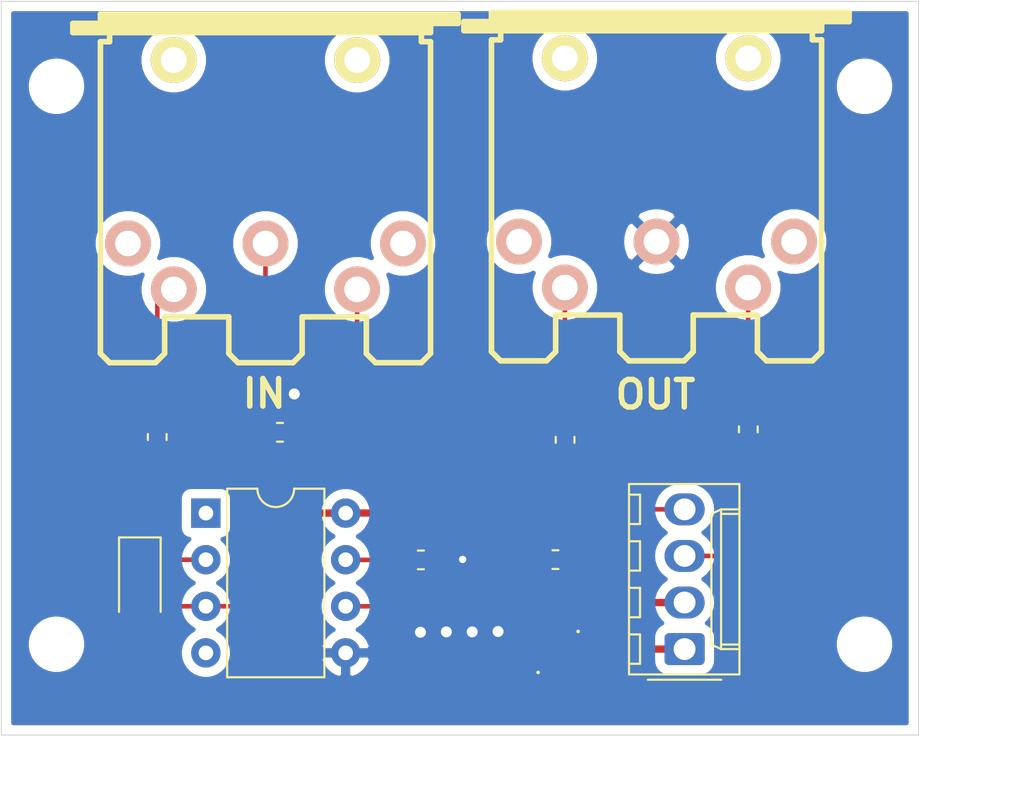
<source format=kicad_pcb>
(kicad_pcb (version 20171130) (host pcbnew 5.1.6-c6e7f7d~87~ubuntu18.04.1)

  (general
    (thickness 1.6)
    (drawings 8)
    (tracks 90)
    (zones 0)
    (modules 21)
    (nets 24)
  )

  (page A4)
  (title_block
    (title "MIDI 5V I/O circuit")
    (date 2020-08-26)
    (rev 0.8)
    (company 6r1d)
    (comment 1 "Currently untested, awaits DIN-5 sockets to check sizes and pins")
    (comment 2 "Based on a circuit by Notes and Volts and MIDI DIN electrical specification")
  )

  (layers
    (0 F.Cu signal)
    (31 B.Cu signal)
    (32 B.Adhes user)
    (33 F.Adhes user)
    (34 B.Paste user)
    (35 F.Paste user)
    (36 B.SilkS user)
    (37 F.SilkS user)
    (38 B.Mask user)
    (39 F.Mask user)
    (40 Dwgs.User user)
    (41 Cmts.User user)
    (42 Eco1.User user)
    (43 Eco2.User user)
    (44 Edge.Cuts user)
    (45 Margin user)
    (46 B.CrtYd user)
    (47 F.CrtYd user)
    (48 B.Fab user)
    (49 F.Fab user)
  )

  (setup
    (last_trace_width 0.25)
    (trace_clearance 0.2)
    (zone_clearance 0.508)
    (zone_45_only no)
    (trace_min 0.2)
    (via_size 0.8)
    (via_drill 0.4)
    (via_min_size 0.4)
    (via_min_drill 0.3)
    (uvia_size 0.3)
    (uvia_drill 0.1)
    (uvias_allowed no)
    (uvia_min_size 0.2)
    (uvia_min_drill 0.1)
    (edge_width 0.05)
    (segment_width 0.2)
    (pcb_text_width 0.3)
    (pcb_text_size 1.5 1.5)
    (mod_edge_width 0.12)
    (mod_text_size 1 1)
    (mod_text_width 0.15)
    (pad_size 2.6 2.6)
    (pad_drill 1.4)
    (pad_to_mask_clearance 0.05)
    (aux_axis_origin 0 0)
    (visible_elements FFFFFF7F)
    (pcbplotparams
      (layerselection 0x010fc_ffffffff)
      (usegerberextensions false)
      (usegerberattributes true)
      (usegerberadvancedattributes true)
      (creategerberjobfile true)
      (excludeedgelayer true)
      (linewidth 0.100000)
      (plotframeref false)
      (viasonmask false)
      (mode 1)
      (useauxorigin false)
      (hpglpennumber 1)
      (hpglpenspeed 20)
      (hpglpendiameter 15.000000)
      (psnegative false)
      (psa4output false)
      (plotreference true)
      (plotvalue true)
      (plotinvisibletext false)
      (padsonsilk false)
      (subtractmaskfromsilk false)
      (outputformat 4)
      (mirror true)
      (drillshape 0)
      (scaleselection 1)
      (outputdirectory ""))
  )

  (net 0 "")
  (net 1 "Net-(D1-Pad1)")
  (net 2 "Net-(D1-Pad2)")
  (net 3 "Net-(FB1-Pad1)")
  (net 4 "Net-(FB1-Pad2)")
  (net 5 "Net-(FB2-Pad2)")
  (net 6 "Net-(FB2-Pad1)")
  (net 7 "Net-(FB3-Pad1)")
  (net 8 "Net-(FB3-Pad2)")
  (net 9 "Net-(FB4-Pad2)")
  (net 10 "Net-(J_IN_1-Pad1)")
  (net 11 "Net-(C1-Pad1)")
  (net 12 "Net-(J_IN_1-Pad3)")
  (net 13 "Net-(J_OUT_1-Pad3)")
  (net 14 GND)
  (net 15 "Net-(J_OUT_1-Pad1)")
  (net 16 TX)
  (net 17 +5V)
  (net 18 RX)
  (net 19 "Net-(R5-Pad1)")
  (net 20 "Net-(U1-Pad1)")
  (net 21 "Net-(U1-Pad4)")
  (net 22 "Net-(D2-Pad2)")
  (net 23 "Net-(D3-Pad1)")

  (net_class Default "This is the default net class."
    (clearance 0.2)
    (trace_width 0.25)
    (via_dia 0.8)
    (via_drill 0.4)
    (uvia_dia 0.3)
    (uvia_drill 0.1)
    (add_net "Net-(C1-Pad1)")
    (add_net "Net-(D1-Pad1)")
    (add_net "Net-(D1-Pad2)")
    (add_net "Net-(FB1-Pad1)")
    (add_net "Net-(FB1-Pad2)")
    (add_net "Net-(FB2-Pad1)")
    (add_net "Net-(FB2-Pad2)")
    (add_net "Net-(FB3-Pad1)")
    (add_net "Net-(FB3-Pad2)")
    (add_net "Net-(FB4-Pad2)")
    (add_net "Net-(J_IN_1-Pad1)")
    (add_net "Net-(J_IN_1-Pad3)")
    (add_net "Net-(J_OUT_1-Pad1)")
    (add_net "Net-(J_OUT_1-Pad3)")
    (add_net "Net-(R5-Pad1)")
    (add_net "Net-(U1-Pad1)")
    (add_net "Net-(U1-Pad4)")
    (add_net RX)
    (add_net TX)
  )

  (net_class Fat ""
    (clearance 0.3)
    (trace_width 0.4)
    (via_dia 1)
    (via_drill 0.6)
    (uvia_dia 0.3)
    (uvia_drill 0.1)
    (add_net +5V)
    (add_net GND)
    (add_net "Net-(D2-Pad2)")
    (add_net "Net-(D3-Pad1)")
  )

  (module w_conn_av:din-5 (layer F.Cu) (tedit 51C20EF5) (tstamp 5F468703)
    (at 49.7 24.165 180)
    (descr "Din 5 (MIDI), Pro Signal P/N PSG03463")
    (path /5F448164)
    (fp_text reference J_OUT_1 (at 0 -13.3) (layer F.SilkS) hide
      (effects (font (size 1.524 1.524) (thickness 0.3048)))
    )
    (fp_text value DIN-5_180degree (at 0 -11.00074) (layer F.SilkS) hide
      (effects (font (size 1.524 1.524) (thickness 0.3048)))
    )
    (fp_line (start 10.50036 8.49884) (end 10.50036 8.99922) (layer F.SilkS) (width 0.3048))
    (fp_line (start -10.50036 9.4996) (end -10.50036 8.99922) (layer F.SilkS) (width 0.3048))
    (fp_line (start -8.49884 8.001) (end -8.49884 8.49884) (layer F.SilkS) (width 0.3048))
    (fp_line (start 8.49884 8.49884) (end 8.49884 8.001) (layer F.SilkS) (width 0.3048))
    (fp_line (start -8.99922 8.001) (end -8.49884 8.001) (layer F.SilkS) (width 0.3048))
    (fp_line (start 8.99922 8.001) (end 8.49884 8.001) (layer F.SilkS) (width 0.3048))
    (fp_line (start -8.99922 8.49884) (end 10.50036 8.49884) (layer F.SilkS) (width 0.3048))
    (fp_line (start -8.99922 8.99922) (end -8.99922 8.49884) (layer F.SilkS) (width 0.3048))
    (fp_line (start -10.50036 8.99922) (end -8.99922 8.99922) (layer F.SilkS) (width 0.3048))
    (fp_line (start 8.99922 9.4996) (end -10.50036 9.4996) (layer F.SilkS) (width 0.3048))
    (fp_line (start 8.99922 8.99922) (end 8.99922 9.4996) (layer F.SilkS) (width 0.3048))
    (fp_line (start 10.50036 8.99922) (end 8.99922 8.99922) (layer F.SilkS) (width 0.3048))
    (fp_line (start 1.99898 -8.99922) (end 1.99898 -7.00024) (layer F.SilkS) (width 0.3048))
    (fp_line (start 1.50114 -9.4996) (end 1.99898 -8.99922) (layer F.SilkS) (width 0.3048))
    (fp_line (start -1.50114 -9.4996) (end 1.50114 -9.4996) (layer F.SilkS) (width 0.3048))
    (fp_line (start -1.99898 -8.99922) (end -1.99898 -7.00024) (layer F.SilkS) (width 0.3048))
    (fp_line (start -1.50114 -9.4996) (end -1.99898 -8.99922) (layer F.SilkS) (width 0.3048))
    (fp_line (start 5.4991 -7.00024) (end 1.99898 -7.00024) (layer F.SilkS) (width 0.3048))
    (fp_line (start 5.4991 -8.99922) (end 5.4991 -7.00024) (layer F.SilkS) (width 0.3048))
    (fp_line (start 5.99948 -9.4996) (end 5.4991 -8.99922) (layer F.SilkS) (width 0.3048))
    (fp_line (start 6.49986 -9.4996) (end 5.99948 -9.4996) (layer F.SilkS) (width 0.3048))
    (fp_line (start 8.49884 -9.4996) (end 6.49986 -9.4996) (layer F.SilkS) (width 0.3048))
    (fp_line (start 8.99922 -8.99922) (end 8.49884 -9.4996) (layer F.SilkS) (width 0.3048))
    (fp_line (start 8.99922 -8.99922) (end 8.99922 8.001) (layer F.SilkS) (width 0.3048))
    (fp_line (start -5.4991 -7.00024) (end -1.99898 -7.00024) (layer F.SilkS) (width 0.3048))
    (fp_line (start -5.4991 -8.99922) (end -5.4991 -7.00024) (layer F.SilkS) (width 0.3048))
    (fp_line (start -5.99948 -9.4996) (end -5.4991 -8.99922) (layer F.SilkS) (width 0.3048))
    (fp_line (start -8.49884 -9.4996) (end -5.99948 -9.4996) (layer F.SilkS) (width 0.3048))
    (fp_line (start -8.99922 -8.99922) (end -8.49884 -9.4996) (layer F.SilkS) (width 0.3048))
    (fp_line (start -8.99922 -8.99922) (end -8.99922 8.001) (layer F.SilkS) (width 0.3048))
    (fp_line (start -10.50036 9.25068) (end 8.99922 9.25068) (layer F.SilkS) (width 0.3048))
    (fp_line (start 8.99922 8.99922) (end -8.99922 8.99922) (layer F.SilkS) (width 0.3048))
    (fp_line (start -8.99922 8.7503) (end 10.50036 8.7503) (layer F.SilkS) (width 0.3048))
    (pad 3 thru_hole circle (at -7.49808 -2.9972 180) (size 2.49936 2.49936) (drill 1.397) (layers *.Cu *.SilkS *.Mask)
      (net 13 "Net-(J_OUT_1-Pad3)"))
    (pad 4 thru_hole circle (at 4.99618 -5.4991 180) (size 2.49936 2.49936) (drill 1.397) (layers *.Cu *.SilkS *.Mask)
      (net 5 "Net-(FB2-Pad2)"))
    (pad 2 thru_hole circle (at 0 -2.99974 180) (size 2.49936 2.49936) (drill 1.397) (layers *.Cu *.SilkS *.Mask)
      (net 14 GND))
    (pad 1 thru_hole circle (at 7.49808 -2.9972 180) (size 2.49936 2.49936) (drill 1.397) (layers *.Cu *.SilkS *.Mask)
      (net 15 "Net-(J_OUT_1-Pad1)"))
    (pad 5 thru_hole circle (at -4.99618 -5.4991 180) (size 2.49936 2.49936) (drill 1.397) (layers *.Cu *.SilkS *.Mask)
      (net 3 "Net-(FB1-Pad1)"))
    (pad "" np_thru_hole circle (at 5.00126 6.9977 180) (size 2.49936 2.49936) (drill 1.397) (layers *.Cu *.Mask F.SilkS))
    (pad "" np_thru_hole circle (at -5.00126 6.9977 180) (size 2.49936 2.49936) (drill 1.397) (layers *.Cu *.Mask F.SilkS))
    (model walter/conn_av/din-5.wrl
      (at (xyz 0 0 0))
      (scale (xyz 1 1 1))
      (rotate (xyz 0 0 0))
    )
  )

  (module Connector_Molex:Molex_KK-254_AE-6410-04A_1x04_P2.54mm_Vertical (layer F.Cu) (tedit 5EA53D3B) (tstamp 5F468634)
    (at 51.23 49.38 90)
    (descr "Molex KK-254 Interconnect System, old/engineering part number: AE-6410-04A example for new part number: 22-27-2041, 4 Pins (http://www.molex.com/pdm_docs/sd/022272021_sd.pdf), generated with kicad-footprint-generator")
    (tags "connector Molex KK-254 vertical")
    (path /5F4756C5)
    (fp_text reference J1 (at 3.81 -4.12 90) (layer F.SilkS) hide
      (effects (font (size 1 1) (thickness 0.15)))
    )
    (fp_text value Conn_01x04 (at 3.81 4.08 90) (layer F.Fab) hide
      (effects (font (size 1 1) (thickness 0.15)))
    )
    (fp_line (start -1.27 -2.92) (end -1.27 2.88) (layer F.Fab) (width 0.1))
    (fp_line (start -1.27 2.88) (end 8.89 2.88) (layer F.Fab) (width 0.1))
    (fp_line (start 8.89 2.88) (end 8.89 -2.92) (layer F.Fab) (width 0.1))
    (fp_line (start 8.89 -2.92) (end -1.27 -2.92) (layer F.Fab) (width 0.1))
    (fp_line (start -1.38 -3.03) (end -1.38 2.99) (layer F.SilkS) (width 0.12))
    (fp_line (start -1.38 2.99) (end 9 2.99) (layer F.SilkS) (width 0.12))
    (fp_line (start 9 2.99) (end 9 -3.03) (layer F.SilkS) (width 0.12))
    (fp_line (start 9 -3.03) (end -1.38 -3.03) (layer F.SilkS) (width 0.12))
    (fp_line (start -1.67 -2) (end -1.67 2) (layer F.SilkS) (width 0.12))
    (fp_line (start -1.27 -0.5) (end -0.562893 0) (layer F.Fab) (width 0.1))
    (fp_line (start -0.562893 0) (end -1.27 0.5) (layer F.Fab) (width 0.1))
    (fp_line (start 0 2.99) (end 0 1.99) (layer F.SilkS) (width 0.12))
    (fp_line (start 0 1.99) (end 7.62 1.99) (layer F.SilkS) (width 0.12))
    (fp_line (start 7.62 1.99) (end 7.62 2.99) (layer F.SilkS) (width 0.12))
    (fp_line (start 0 1.99) (end 0.25 1.46) (layer F.SilkS) (width 0.12))
    (fp_line (start 0.25 1.46) (end 7.37 1.46) (layer F.SilkS) (width 0.12))
    (fp_line (start 7.37 1.46) (end 7.62 1.99) (layer F.SilkS) (width 0.12))
    (fp_line (start 0.25 2.99) (end 0.25 1.99) (layer F.SilkS) (width 0.12))
    (fp_line (start 7.37 2.99) (end 7.37 1.99) (layer F.SilkS) (width 0.12))
    (fp_line (start -0.8 -3.03) (end -0.8 -2.43) (layer F.SilkS) (width 0.12))
    (fp_line (start -0.8 -2.43) (end 0.8 -2.43) (layer F.SilkS) (width 0.12))
    (fp_line (start 0.8 -2.43) (end 0.8 -3.03) (layer F.SilkS) (width 0.12))
    (fp_line (start 1.74 -3.03) (end 1.74 -2.43) (layer F.SilkS) (width 0.12))
    (fp_line (start 1.74 -2.43) (end 3.34 -2.43) (layer F.SilkS) (width 0.12))
    (fp_line (start 3.34 -2.43) (end 3.34 -3.03) (layer F.SilkS) (width 0.12))
    (fp_line (start 4.28 -3.03) (end 4.28 -2.43) (layer F.SilkS) (width 0.12))
    (fp_line (start 4.28 -2.43) (end 5.88 -2.43) (layer F.SilkS) (width 0.12))
    (fp_line (start 5.88 -2.43) (end 5.88 -3.03) (layer F.SilkS) (width 0.12))
    (fp_line (start 6.82 -3.03) (end 6.82 -2.43) (layer F.SilkS) (width 0.12))
    (fp_line (start 6.82 -2.43) (end 8.42 -2.43) (layer F.SilkS) (width 0.12))
    (fp_line (start 8.42 -2.43) (end 8.42 -3.03) (layer F.SilkS) (width 0.12))
    (fp_line (start -1.77 -3.42) (end -1.77 3.38) (layer F.CrtYd) (width 0.05))
    (fp_line (start -1.77 3.38) (end 9.39 3.38) (layer F.CrtYd) (width 0.05))
    (fp_line (start 9.39 3.38) (end 9.39 -3.42) (layer F.CrtYd) (width 0.05))
    (fp_line (start 9.39 -3.42) (end -1.77 -3.42) (layer F.CrtYd) (width 0.05))
    (fp_text user %R (at 3.81 -2.22 90) (layer F.Fab)
      (effects (font (size 1 1) (thickness 0.15)))
    )
    (pad 1 thru_hole roundrect (at 0 0 90) (size 1.74 2.19) (drill 1.19) (layers *.Cu *.Mask) (roundrect_rratio 0.143678)
      (net 22 "Net-(D2-Pad2)"))
    (pad 2 thru_hole oval (at 2.54 0 90) (size 1.74 2.19) (drill 1.19) (layers *.Cu *.Mask)
      (net 23 "Net-(D3-Pad1)"))
    (pad 3 thru_hole oval (at 5.08 0 90) (size 1.74 2.19) (drill 1.19) (layers *.Cu *.Mask)
      (net 16 TX))
    (pad 4 thru_hole oval (at 7.62 0 90) (size 1.74 2.19) (drill 1.19) (layers *.Cu *.Mask)
      (net 18 RX))
    (model ${KISYS3DMOD}/Connector_Molex.3dshapes/Molex_KK-254_AE-6410-04A_1x04_P2.54mm_Vertical.wrl
      (at (xyz 0 0 0))
      (scale (xyz 1 1 1))
      (rotate (xyz 0 0 0))
    )
  )

  (module Inductor_SMD:L_0402_1005Metric (layer F.Cu) (tedit 5B301BBE) (tstamp 5F468287)
    (at 54.7054 34.70864 270)
    (descr "Inductor SMD 0402 (1005 Metric), square (rectangular) end terminal, IPC_7351 nominal, (Body size source: http://www.tortai-tech.com/upload/download/2011102023233369053.pdf), generated with kicad-footprint-generator")
    (tags inductor)
    (path /5F4D0281)
    (attr smd)
    (fp_text reference FB1 (at 0 -1.17 90) (layer F.SilkS) hide
      (effects (font (size 1 1) (thickness 0.15)))
    )
    (fp_text value "1k 100mHz" (at 0 1.17 90) (layer F.Fab) hide
      (effects (font (size 1 1) (thickness 0.15)))
    )
    (fp_line (start 0.93 0.47) (end -0.93 0.47) (layer F.CrtYd) (width 0.05))
    (fp_line (start 0.93 -0.47) (end 0.93 0.47) (layer F.CrtYd) (width 0.05))
    (fp_line (start -0.93 -0.47) (end 0.93 -0.47) (layer F.CrtYd) (width 0.05))
    (fp_line (start -0.93 0.47) (end -0.93 -0.47) (layer F.CrtYd) (width 0.05))
    (fp_line (start 0.5 0.25) (end -0.5 0.25) (layer F.Fab) (width 0.1))
    (fp_line (start 0.5 -0.25) (end 0.5 0.25) (layer F.Fab) (width 0.1))
    (fp_line (start -0.5 -0.25) (end 0.5 -0.25) (layer F.Fab) (width 0.1))
    (fp_line (start -0.5 0.25) (end -0.5 -0.25) (layer F.Fab) (width 0.1))
    (fp_text user %R (at 0 0 90) (layer F.Fab)
      (effects (font (size 0.25 0.25) (thickness 0.04)))
    )
    (pad 2 smd roundrect (at 0.485 0 270) (size 0.59 0.64) (layers F.Cu F.Paste F.Mask) (roundrect_rratio 0.25)
      (net 4 "Net-(FB1-Pad2)"))
    (pad 1 smd roundrect (at -0.485 0 270) (size 0.59 0.64) (layers F.Cu F.Paste F.Mask) (roundrect_rratio 0.25)
      (net 3 "Net-(FB1-Pad1)"))
    (model ${KISYS3DMOD}/Inductor_SMD.3dshapes/L_0402_1005Metric.wrl
      (at (xyz 0 0 0))
      (scale (xyz 1 1 1))
      (rotate (xyz 0 0 0))
    )
  )

  (module Inductor_SMD:L_0402_1005Metric (layer F.Cu) (tedit 5B301BBE) (tstamp 5F46BCB2)
    (at 44.7132 34.70864 90)
    (descr "Inductor SMD 0402 (1005 Metric), square (rectangular) end terminal, IPC_7351 nominal, (Body size source: http://www.tortai-tech.com/upload/download/2011102023233369053.pdf), generated with kicad-footprint-generator")
    (tags inductor)
    (path /5F4FFCFE)
    (attr smd)
    (fp_text reference FB2 (at -2.015 0.5 90) (layer F.SilkS) hide
      (effects (font (size 1 1) (thickness 0.15)))
    )
    (fp_text value "1k 100mHz" (at 0 1.17 90) (layer F.Fab) hide
      (effects (font (size 1 1) (thickness 0.15)))
    )
    (fp_line (start -0.5 0.25) (end -0.5 -0.25) (layer F.Fab) (width 0.1))
    (fp_line (start -0.5 -0.25) (end 0.5 -0.25) (layer F.Fab) (width 0.1))
    (fp_line (start 0.5 -0.25) (end 0.5 0.25) (layer F.Fab) (width 0.1))
    (fp_line (start 0.5 0.25) (end -0.5 0.25) (layer F.Fab) (width 0.1))
    (fp_line (start -0.93 0.47) (end -0.93 -0.47) (layer F.CrtYd) (width 0.05))
    (fp_line (start -0.93 -0.47) (end 0.93 -0.47) (layer F.CrtYd) (width 0.05))
    (fp_line (start 0.93 -0.47) (end 0.93 0.47) (layer F.CrtYd) (width 0.05))
    (fp_line (start 0.93 0.47) (end -0.93 0.47) (layer F.CrtYd) (width 0.05))
    (fp_text user %R (at 0 0 90) (layer F.Fab)
      (effects (font (size 0.25 0.25) (thickness 0.04)))
    )
    (pad 1 smd roundrect (at -0.485 0 90) (size 0.59 0.64) (layers F.Cu F.Paste F.Mask) (roundrect_rratio 0.25)
      (net 6 "Net-(FB2-Pad1)"))
    (pad 2 smd roundrect (at 0.485 0 90) (size 0.59 0.64) (layers F.Cu F.Paste F.Mask) (roundrect_rratio 0.25)
      (net 5 "Net-(FB2-Pad2)"))
    (model ${KISYS3DMOD}/Inductor_SMD.3dshapes/L_0402_1005Metric.wrl
      (at (xyz 0 0 0))
      (scale (xyz 1 1 1))
      (rotate (xyz 0 0 0))
    )
  )

  (module Inductor_SMD:L_0402_1005Metric (layer F.Cu) (tedit 5B301BBE) (tstamp 5F468227)
    (at 22.4837 35.02864 90)
    (descr "Inductor SMD 0402 (1005 Metric), square (rectangular) end terminal, IPC_7351 nominal, (Body size source: http://www.tortai-tech.com/upload/download/2011102023233369053.pdf), generated with kicad-footprint-generator")
    (tags inductor)
    (path /5F543F15)
    (attr smd)
    (fp_text reference FB3 (at -4 1.5 90) (layer F.SilkS) hide
      (effects (font (size 1 1) (thickness 0.15)))
    )
    (fp_text value "1k 100mHz" (at 0 1.17 90) (layer F.Fab) hide
      (effects (font (size 1 1) (thickness 0.15)))
    )
    (fp_line (start -0.5 0.25) (end -0.5 -0.25) (layer F.Fab) (width 0.1))
    (fp_line (start -0.5 -0.25) (end 0.5 -0.25) (layer F.Fab) (width 0.1))
    (fp_line (start 0.5 -0.25) (end 0.5 0.25) (layer F.Fab) (width 0.1))
    (fp_line (start 0.5 0.25) (end -0.5 0.25) (layer F.Fab) (width 0.1))
    (fp_line (start -0.93 0.47) (end -0.93 -0.47) (layer F.CrtYd) (width 0.05))
    (fp_line (start -0.93 -0.47) (end 0.93 -0.47) (layer F.CrtYd) (width 0.05))
    (fp_line (start 0.93 -0.47) (end 0.93 0.47) (layer F.CrtYd) (width 0.05))
    (fp_line (start 0.93 0.47) (end -0.93 0.47) (layer F.CrtYd) (width 0.05))
    (fp_text user %R (at 0 0 90) (layer F.Fab)
      (effects (font (size 0.25 0.25) (thickness 0.04)))
    )
    (pad 1 smd roundrect (at -0.485 0 90) (size 0.59 0.64) (layers F.Cu F.Paste F.Mask) (roundrect_rratio 0.25)
      (net 7 "Net-(FB3-Pad1)"))
    (pad 2 smd roundrect (at 0.485 0 90) (size 0.59 0.64) (layers F.Cu F.Paste F.Mask) (roundrect_rratio 0.25)
      (net 8 "Net-(FB3-Pad2)"))
    (model ${KISYS3DMOD}/Inductor_SMD.3dshapes/L_0402_1005Metric.wrl
      (at (xyz 0 0 0))
      (scale (xyz 1 1 1))
      (rotate (xyz 0 0 0))
    )
  )

  (module Inductor_SMD:L_0402_1005Metric (layer F.Cu) (tedit 5B301BBE) (tstamp 5F46838F)
    (at 33.4 35.02864 90)
    (descr "Inductor SMD 0402 (1005 Metric), square (rectangular) end terminal, IPC_7351 nominal, (Body size source: http://www.tortai-tech.com/upload/download/2011102023233369053.pdf), generated with kicad-footprint-generator")
    (tags inductor)
    (path /5F55D3AA)
    (attr smd)
    (fp_text reference FB4 (at 0 -1.17 90) (layer F.SilkS) hide
      (effects (font (size 1 1) (thickness 0.15)))
    )
    (fp_text value "1k 100mHz" (at 0 1.17 90) (layer F.Fab) hide
      (effects (font (size 1 1) (thickness 0.15)))
    )
    (fp_line (start 0.93 0.47) (end -0.93 0.47) (layer F.CrtYd) (width 0.05))
    (fp_line (start 0.93 -0.47) (end 0.93 0.47) (layer F.CrtYd) (width 0.05))
    (fp_line (start -0.93 -0.47) (end 0.93 -0.47) (layer F.CrtYd) (width 0.05))
    (fp_line (start -0.93 0.47) (end -0.93 -0.47) (layer F.CrtYd) (width 0.05))
    (fp_line (start 0.5 0.25) (end -0.5 0.25) (layer F.Fab) (width 0.1))
    (fp_line (start 0.5 -0.25) (end 0.5 0.25) (layer F.Fab) (width 0.1))
    (fp_line (start -0.5 -0.25) (end 0.5 -0.25) (layer F.Fab) (width 0.1))
    (fp_line (start -0.5 0.25) (end -0.5 -0.25) (layer F.Fab) (width 0.1))
    (fp_text user %R (at 0 0 90) (layer F.Fab)
      (effects (font (size 0.25 0.25) (thickness 0.04)))
    )
    (pad 2 smd roundrect (at 0.485 0 90) (size 0.59 0.64) (layers F.Cu F.Paste F.Mask) (roundrect_rratio 0.25)
      (net 9 "Net-(FB4-Pad2)"))
    (pad 1 smd roundrect (at -0.485 0 90) (size 0.59 0.64) (layers F.Cu F.Paste F.Mask) (roundrect_rratio 0.25)
      (net 2 "Net-(D1-Pad2)"))
    (model ${KISYS3DMOD}/Inductor_SMD.3dshapes/L_0402_1005Metric.wrl
      (at (xyz 0 0 0))
      (scale (xyz 1 1 1))
      (rotate (xyz 0 0 0))
    )
  )

  (module w_conn_av:din-5 (layer F.Cu) (tedit 51C20EF5) (tstamp 5F46832B)
    (at 28.38 24.265 180)
    (descr "Din 5 (MIDI), Pro Signal P/N PSG03463")
    (path /5F458A90)
    (fp_text reference J_IN_1 (at 0 -13.1) (layer F.SilkS) hide
      (effects (font (size 1.524 1.524) (thickness 0.3048)))
    )
    (fp_text value DIN-5_180degree (at 1.9 -14.1) (layer F.SilkS) hide
      (effects (font (size 1.524 1.524) (thickness 0.3048)))
    )
    (fp_line (start -8.99922 8.7503) (end 10.50036 8.7503) (layer F.SilkS) (width 0.3048))
    (fp_line (start 8.99922 8.99922) (end -8.99922 8.99922) (layer F.SilkS) (width 0.3048))
    (fp_line (start -10.50036 9.25068) (end 8.99922 9.25068) (layer F.SilkS) (width 0.3048))
    (fp_line (start -8.99922 -8.99922) (end -8.99922 8.001) (layer F.SilkS) (width 0.3048))
    (fp_line (start -8.99922 -8.99922) (end -8.49884 -9.4996) (layer F.SilkS) (width 0.3048))
    (fp_line (start -8.49884 -9.4996) (end -5.99948 -9.4996) (layer F.SilkS) (width 0.3048))
    (fp_line (start -5.99948 -9.4996) (end -5.4991 -8.99922) (layer F.SilkS) (width 0.3048))
    (fp_line (start -5.4991 -8.99922) (end -5.4991 -7.00024) (layer F.SilkS) (width 0.3048))
    (fp_line (start -5.4991 -7.00024) (end -1.99898 -7.00024) (layer F.SilkS) (width 0.3048))
    (fp_line (start 8.99922 -8.99922) (end 8.99922 8.001) (layer F.SilkS) (width 0.3048))
    (fp_line (start 8.99922 -8.99922) (end 8.49884 -9.4996) (layer F.SilkS) (width 0.3048))
    (fp_line (start 8.49884 -9.4996) (end 6.49986 -9.4996) (layer F.SilkS) (width 0.3048))
    (fp_line (start 6.49986 -9.4996) (end 5.99948 -9.4996) (layer F.SilkS) (width 0.3048))
    (fp_line (start 5.99948 -9.4996) (end 5.4991 -8.99922) (layer F.SilkS) (width 0.3048))
    (fp_line (start 5.4991 -8.99922) (end 5.4991 -7.00024) (layer F.SilkS) (width 0.3048))
    (fp_line (start 5.4991 -7.00024) (end 1.99898 -7.00024) (layer F.SilkS) (width 0.3048))
    (fp_line (start -1.50114 -9.4996) (end -1.99898 -8.99922) (layer F.SilkS) (width 0.3048))
    (fp_line (start -1.99898 -8.99922) (end -1.99898 -7.00024) (layer F.SilkS) (width 0.3048))
    (fp_line (start -1.50114 -9.4996) (end 1.50114 -9.4996) (layer F.SilkS) (width 0.3048))
    (fp_line (start 1.50114 -9.4996) (end 1.99898 -8.99922) (layer F.SilkS) (width 0.3048))
    (fp_line (start 1.99898 -8.99922) (end 1.99898 -7.00024) (layer F.SilkS) (width 0.3048))
    (fp_line (start 10.50036 8.99922) (end 8.99922 8.99922) (layer F.SilkS) (width 0.3048))
    (fp_line (start 8.99922 8.99922) (end 8.99922 9.4996) (layer F.SilkS) (width 0.3048))
    (fp_line (start 8.99922 9.4996) (end -10.50036 9.4996) (layer F.SilkS) (width 0.3048))
    (fp_line (start -10.50036 8.99922) (end -8.99922 8.99922) (layer F.SilkS) (width 0.3048))
    (fp_line (start -8.99922 8.99922) (end -8.99922 8.49884) (layer F.SilkS) (width 0.3048))
    (fp_line (start -8.99922 8.49884) (end 10.50036 8.49884) (layer F.SilkS) (width 0.3048))
    (fp_line (start 8.99922 8.001) (end 8.49884 8.001) (layer F.SilkS) (width 0.3048))
    (fp_line (start -8.99922 8.001) (end -8.49884 8.001) (layer F.SilkS) (width 0.3048))
    (fp_line (start 8.49884 8.49884) (end 8.49884 8.001) (layer F.SilkS) (width 0.3048))
    (fp_line (start -8.49884 8.001) (end -8.49884 8.49884) (layer F.SilkS) (width 0.3048))
    (fp_line (start -10.50036 9.4996) (end -10.50036 8.99922) (layer F.SilkS) (width 0.3048))
    (fp_line (start 10.50036 8.49884) (end 10.50036 8.99922) (layer F.SilkS) (width 0.3048))
    (pad "" np_thru_hole circle (at -5.00126 6.9977 180) (size 2.49936 2.49936) (drill 1.397) (layers *.Cu *.Mask F.SilkS))
    (pad "" np_thru_hole circle (at 5.00126 6.9977 180) (size 2.49936 2.49936) (drill 1.397) (layers *.Cu *.Mask F.SilkS))
    (pad 5 thru_hole circle (at -4.99618 -5.4991 180) (size 2.49936 2.49936) (drill 1.397) (layers *.Cu *.SilkS *.Mask)
      (net 9 "Net-(FB4-Pad2)"))
    (pad 1 thru_hole circle (at 7.49808 -2.9972 180) (size 2.49936 2.49936) (drill 1.397) (layers *.Cu *.SilkS *.Mask)
      (net 10 "Net-(J_IN_1-Pad1)"))
    (pad 2 thru_hole circle (at 0 -2.99974 180) (size 2.49936 2.49936) (drill 1.397) (layers *.Cu *.SilkS *.Mask)
      (net 11 "Net-(C1-Pad1)"))
    (pad 4 thru_hole circle (at 4.99618 -5.4991 180) (size 2.49936 2.49936) (drill 1.397) (layers *.Cu *.SilkS *.Mask)
      (net 8 "Net-(FB3-Pad2)"))
    (pad 3 thru_hole circle (at -7.49808 -2.9972 180) (size 2.49936 2.49936) (drill 1.397) (layers *.Cu *.SilkS *.Mask)
      (net 12 "Net-(J_IN_1-Pad3)"))
    (model walter/conn_av/din-5.wrl
      (at (xyz 0 0 0))
      (scale (xyz 1 1 1))
      (rotate (xyz 0 0 0))
    )
  )

  (module Package_DIP:DIP-8_W7.62mm (layer F.Cu) (tedit 5A02E8C5) (tstamp 5F46842F)
    (at 25.1308 41.965)
    (descr "8-lead though-hole mounted DIP package, row spacing 7.62 mm (300 mils)")
    (tags "THT DIP DIL PDIP 2.54mm 7.62mm 300mil")
    (path /5F43292B)
    (fp_text reference U1 (at 3.81 -2.33) (layer F.SilkS) hide
      (effects (font (size 1 1) (thickness 0.15)))
    )
    (fp_text value 6N138 (at 3.81 9.95) (layer F.Fab) hide
      (effects (font (size 1 1) (thickness 0.15)))
    )
    (fp_line (start 1.635 -1.27) (end 6.985 -1.27) (layer F.Fab) (width 0.1))
    (fp_line (start 6.985 -1.27) (end 6.985 8.89) (layer F.Fab) (width 0.1))
    (fp_line (start 6.985 8.89) (end 0.635 8.89) (layer F.Fab) (width 0.1))
    (fp_line (start 0.635 8.89) (end 0.635 -0.27) (layer F.Fab) (width 0.1))
    (fp_line (start 0.635 -0.27) (end 1.635 -1.27) (layer F.Fab) (width 0.1))
    (fp_line (start 2.81 -1.33) (end 1.16 -1.33) (layer F.SilkS) (width 0.12))
    (fp_line (start 1.16 -1.33) (end 1.16 8.95) (layer F.SilkS) (width 0.12))
    (fp_line (start 1.16 8.95) (end 6.46 8.95) (layer F.SilkS) (width 0.12))
    (fp_line (start 6.46 8.95) (end 6.46 -1.33) (layer F.SilkS) (width 0.12))
    (fp_line (start 6.46 -1.33) (end 4.81 -1.33) (layer F.SilkS) (width 0.12))
    (fp_line (start -1.1 -1.55) (end -1.1 9.15) (layer F.CrtYd) (width 0.05))
    (fp_line (start -1.1 9.15) (end 8.7 9.15) (layer F.CrtYd) (width 0.05))
    (fp_line (start 8.7 9.15) (end 8.7 -1.55) (layer F.CrtYd) (width 0.05))
    (fp_line (start 8.7 -1.55) (end -1.1 -1.55) (layer F.CrtYd) (width 0.05))
    (fp_arc (start 3.81 -1.33) (end 2.81 -1.33) (angle -180) (layer F.SilkS) (width 0.12))
    (fp_text user %R (at 3.81 3.81) (layer F.Fab)
      (effects (font (size 1 1) (thickness 0.15)))
    )
    (pad 1 thru_hole rect (at 0 0) (size 1.6 1.6) (drill 0.8) (layers *.Cu *.Mask)
      (net 20 "Net-(U1-Pad1)"))
    (pad 5 thru_hole oval (at 7.62 7.62) (size 1.6 1.6) (drill 0.8) (layers *.Cu *.Mask)
      (net 14 GND))
    (pad 2 thru_hole oval (at 0 2.54) (size 1.6 1.6) (drill 0.8) (layers *.Cu *.Mask)
      (net 1 "Net-(D1-Pad1)"))
    (pad 6 thru_hole oval (at 7.62 5.08) (size 1.6 1.6) (drill 0.8) (layers *.Cu *.Mask)
      (net 18 RX))
    (pad 3 thru_hole oval (at 0 5.08) (size 1.6 1.6) (drill 0.8) (layers *.Cu *.Mask)
      (net 2 "Net-(D1-Pad2)"))
    (pad 7 thru_hole oval (at 7.62 2.54) (size 1.6 1.6) (drill 0.8) (layers *.Cu *.Mask)
      (net 19 "Net-(R5-Pad1)"))
    (pad 4 thru_hole oval (at 0 7.62) (size 1.6 1.6) (drill 0.8) (layers *.Cu *.Mask)
      (net 21 "Net-(U1-Pad4)"))
    (pad 8 thru_hole oval (at 7.62 0) (size 1.6 1.6) (drill 0.8) (layers *.Cu *.Mask)
      (net 17 +5V))
    (model ${KISYS3DMOD}/Package_DIP.3dshapes/DIP-8_W7.62mm.wrl
      (at (xyz 0 0 0))
      (scale (xyz 1 1 1))
      (rotate (xyz 0 0 0))
    )
  )

  (module Diode_SMD:D_0402_1005Metric (layer F.Cu) (tedit 5B301BBE) (tstamp 5F59ADAF)
    (at 44.335 50.65)
    (descr "Diode SMD 0402 (1005 Metric), square (rectangular) end terminal, IPC_7351 nominal, (Body size source: http://www.tortai-tech.com/upload/download/2011102023233369053.pdf), generated with kicad-footprint-generator")
    (tags diode)
    (path /5F4682EC)
    (attr smd)
    (fp_text reference D2 (at 0 -1.17) (layer F.SilkS) hide
      (effects (font (size 1 1) (thickness 0.15)))
    )
    (fp_text value D (at 0 1.17) (layer F.Fab) hide
      (effects (font (size 1 1) (thickness 0.15)))
    )
    (fp_line (start 0.93 0.47) (end -0.93 0.47) (layer F.CrtYd) (width 0.05))
    (fp_line (start 0.93 -0.47) (end 0.93 0.47) (layer F.CrtYd) (width 0.05))
    (fp_line (start -0.93 -0.47) (end 0.93 -0.47) (layer F.CrtYd) (width 0.05))
    (fp_line (start -0.93 0.47) (end -0.93 -0.47) (layer F.CrtYd) (width 0.05))
    (fp_line (start -0.3 0.25) (end -0.3 -0.25) (layer F.Fab) (width 0.1))
    (fp_line (start -0.4 0.25) (end -0.4 -0.25) (layer F.Fab) (width 0.1))
    (fp_line (start 0.5 0.25) (end -0.5 0.25) (layer F.Fab) (width 0.1))
    (fp_line (start 0.5 -0.25) (end 0.5 0.25) (layer F.Fab) (width 0.1))
    (fp_line (start -0.5 -0.25) (end 0.5 -0.25) (layer F.Fab) (width 0.1))
    (fp_line (start -0.5 0.25) (end -0.5 -0.25) (layer F.Fab) (width 0.1))
    (fp_circle (center -1.09 0) (end -1.04 0) (layer F.SilkS) (width 0.1))
    (fp_text user %R (at 0 0) (layer F.Fab)
      (effects (font (size 0.25 0.25) (thickness 0.04)))
    )
    (pad 1 smd roundrect (at -0.485 0) (size 0.59 0.64) (layers F.Cu F.Paste F.Mask) (roundrect_rratio 0.25)
      (net 17 +5V))
    (pad 2 smd roundrect (at 0.485 0) (size 0.59 0.64) (layers F.Cu F.Paste F.Mask) (roundrect_rratio 0.25)
      (net 22 "Net-(D2-Pad2)"))
    (model ${KISYS3DMOD}/Diode_SMD.3dshapes/D_0402_1005Metric.wrl
      (at (xyz 0 0 0))
      (scale (xyz 1 1 1))
      (rotate (xyz 0 0 0))
    )
  )

  (module Diode_SMD:D_0402_1005Metric (layer F.Cu) (tedit 5B301BBE) (tstamp 5F4684F7)
    (at 44.335 48.4171 180)
    (descr "Diode SMD 0402 (1005 Metric), square (rectangular) end terminal, IPC_7351 nominal, (Body size source: http://www.tortai-tech.com/upload/download/2011102023233369053.pdf), generated with kicad-footprint-generator")
    (tags diode)
    (path /5F4686D0)
    (attr smd)
    (fp_text reference D3 (at 0 -1.17) (layer F.SilkS) hide
      (effects (font (size 1 1) (thickness 0.15)))
    )
    (fp_text value D (at 0 1.17) (layer F.Fab) hide
      (effects (font (size 1 1) (thickness 0.15)))
    )
    (fp_circle (center -1.09 0) (end -1.04 0) (layer F.SilkS) (width 0.1))
    (fp_line (start -0.5 0.25) (end -0.5 -0.25) (layer F.Fab) (width 0.1))
    (fp_line (start -0.5 -0.25) (end 0.5 -0.25) (layer F.Fab) (width 0.1))
    (fp_line (start 0.5 -0.25) (end 0.5 0.25) (layer F.Fab) (width 0.1))
    (fp_line (start 0.5 0.25) (end -0.5 0.25) (layer F.Fab) (width 0.1))
    (fp_line (start -0.4 0.25) (end -0.4 -0.25) (layer F.Fab) (width 0.1))
    (fp_line (start -0.3 0.25) (end -0.3 -0.25) (layer F.Fab) (width 0.1))
    (fp_line (start -0.93 0.47) (end -0.93 -0.47) (layer F.CrtYd) (width 0.05))
    (fp_line (start -0.93 -0.47) (end 0.93 -0.47) (layer F.CrtYd) (width 0.05))
    (fp_line (start 0.93 -0.47) (end 0.93 0.47) (layer F.CrtYd) (width 0.05))
    (fp_line (start 0.93 0.47) (end -0.93 0.47) (layer F.CrtYd) (width 0.05))
    (fp_text user %R (at 0 0) (layer F.Fab)
      (effects (font (size 0.25 0.25) (thickness 0.04)))
    )
    (pad 2 smd roundrect (at 0.485 0 180) (size 0.59 0.64) (layers F.Cu F.Paste F.Mask) (roundrect_rratio 0.25)
      (net 14 GND))
    (pad 1 smd roundrect (at -0.485 0 180) (size 0.59 0.64) (layers F.Cu F.Paste F.Mask) (roundrect_rratio 0.25)
      (net 23 "Net-(D3-Pad1)"))
    (model ${KISYS3DMOD}/Diode_SMD.3dshapes/D_0402_1005Metric.wrl
      (at (xyz 0 0 0))
      (scale (xyz 1 1 1))
      (rotate (xyz 0 0 0))
    )
  )

  (module Resistor_SMD:R_0603_1608Metric (layer F.Cu) (tedit 5B301BBD) (tstamp 5F46857D)
    (at 54.7054 37.3966 270)
    (descr "Resistor SMD 0603 (1608 Metric), square (rectangular) end terminal, IPC_7351 nominal, (Body size source: http://www.tortai-tech.com/upload/download/2011102023233369053.pdf), generated with kicad-footprint-generator")
    (tags resistor)
    (path /5F5000D0)
    (attr smd)
    (fp_text reference R1 (at 0 -1.43 90) (layer F.SilkS) hide
      (effects (font (size 1 1) (thickness 0.15)))
    )
    (fp_text value 220 (at 0 1.43 90) (layer F.Fab) hide
      (effects (font (size 1 1) (thickness 0.15)))
    )
    (fp_line (start -0.8 0.4) (end -0.8 -0.4) (layer F.Fab) (width 0.1))
    (fp_line (start -0.8 -0.4) (end 0.8 -0.4) (layer F.Fab) (width 0.1))
    (fp_line (start 0.8 -0.4) (end 0.8 0.4) (layer F.Fab) (width 0.1))
    (fp_line (start 0.8 0.4) (end -0.8 0.4) (layer F.Fab) (width 0.1))
    (fp_line (start -0.162779 -0.51) (end 0.162779 -0.51) (layer F.SilkS) (width 0.12))
    (fp_line (start -0.162779 0.51) (end 0.162779 0.51) (layer F.SilkS) (width 0.12))
    (fp_line (start -1.48 0.73) (end -1.48 -0.73) (layer F.CrtYd) (width 0.05))
    (fp_line (start -1.48 -0.73) (end 1.48 -0.73) (layer F.CrtYd) (width 0.05))
    (fp_line (start 1.48 -0.73) (end 1.48 0.73) (layer F.CrtYd) (width 0.05))
    (fp_line (start 1.48 0.73) (end -1.48 0.73) (layer F.CrtYd) (width 0.05))
    (fp_text user %R (at 0 0 90) (layer F.Fab)
      (effects (font (size 0.4 0.4) (thickness 0.06)))
    )
    (pad 2 smd roundrect (at 0.7875 0 270) (size 0.875 0.95) (layers F.Cu F.Paste F.Mask) (roundrect_rratio 0.25)
      (net 16 TX))
    (pad 1 smd roundrect (at -0.7875 0 270) (size 0.875 0.95) (layers F.Cu F.Paste F.Mask) (roundrect_rratio 0.25)
      (net 4 "Net-(FB1-Pad2)"))
    (model ${KISYS3DMOD}/Resistor_SMD.3dshapes/R_0603_1608Metric.wrl
      (at (xyz 0 0 0))
      (scale (xyz 1 1 1))
      (rotate (xyz 0 0 0))
    )
  )

  (module Resistor_SMD:R_0603_1608Metric (layer F.Cu) (tedit 5B301BBD) (tstamp 5F46A39A)
    (at 44.71596 37.96872 90)
    (descr "Resistor SMD 0603 (1608 Metric), square (rectangular) end terminal, IPC_7351 nominal, (Body size source: http://www.tortai-tech.com/upload/download/2011102023233369053.pdf), generated with kicad-footprint-generator")
    (tags resistor)
    (path /5F49B7A9)
    (attr smd)
    (fp_text reference R2 (at 0 -1.43 90) (layer F.SilkS) hide
      (effects (font (size 1 1) (thickness 0.15)))
    )
    (fp_text value 220 (at 0 1.43 90) (layer F.Fab) hide
      (effects (font (size 1 1) (thickness 0.15)))
    )
    (fp_line (start 1.48 0.73) (end -1.48 0.73) (layer F.CrtYd) (width 0.05))
    (fp_line (start 1.48 -0.73) (end 1.48 0.73) (layer F.CrtYd) (width 0.05))
    (fp_line (start -1.48 -0.73) (end 1.48 -0.73) (layer F.CrtYd) (width 0.05))
    (fp_line (start -1.48 0.73) (end -1.48 -0.73) (layer F.CrtYd) (width 0.05))
    (fp_line (start -0.162779 0.51) (end 0.162779 0.51) (layer F.SilkS) (width 0.12))
    (fp_line (start -0.162779 -0.51) (end 0.162779 -0.51) (layer F.SilkS) (width 0.12))
    (fp_line (start 0.8 0.4) (end -0.8 0.4) (layer F.Fab) (width 0.1))
    (fp_line (start 0.8 -0.4) (end 0.8 0.4) (layer F.Fab) (width 0.1))
    (fp_line (start -0.8 -0.4) (end 0.8 -0.4) (layer F.Fab) (width 0.1))
    (fp_line (start -0.8 0.4) (end -0.8 -0.4) (layer F.Fab) (width 0.1))
    (fp_text user %R (at 0 0 90) (layer F.Fab)
      (effects (font (size 0.4 0.4) (thickness 0.06)))
    )
    (pad 1 smd roundrect (at -0.7875 0 90) (size 0.875 0.95) (layers F.Cu F.Paste F.Mask) (roundrect_rratio 0.25)
      (net 17 +5V))
    (pad 2 smd roundrect (at 0.7875 0 90) (size 0.875 0.95) (layers F.Cu F.Paste F.Mask) (roundrect_rratio 0.25)
      (net 6 "Net-(FB2-Pad1)"))
    (model ${KISYS3DMOD}/Resistor_SMD.3dshapes/R_0603_1608Metric.wrl
      (at (xyz 0 0 0))
      (scale (xyz 1 1 1))
      (rotate (xyz 0 0 0))
    )
  )

  (module Resistor_SMD:R_0603_1608Metric (layer F.Cu) (tedit 5B301BBD) (tstamp 5F46869D)
    (at 22.47732 37.81552 90)
    (descr "Resistor SMD 0603 (1608 Metric), square (rectangular) end terminal, IPC_7351 nominal, (Body size source: http://www.tortai-tech.com/upload/download/2011102023233369053.pdf), generated with kicad-footprint-generator")
    (tags resistor)
    (path /5F431879)
    (attr smd)
    (fp_text reference R3 (at 0 -1.43 90) (layer F.SilkS) hide
      (effects (font (size 1 1) (thickness 0.15)))
    )
    (fp_text value 220 (at 0 1.43 90) (layer F.Fab) hide
      (effects (font (size 1 1) (thickness 0.15)))
    )
    (fp_line (start 1.48 0.73) (end -1.48 0.73) (layer F.CrtYd) (width 0.05))
    (fp_line (start 1.48 -0.73) (end 1.48 0.73) (layer F.CrtYd) (width 0.05))
    (fp_line (start -1.48 -0.73) (end 1.48 -0.73) (layer F.CrtYd) (width 0.05))
    (fp_line (start -1.48 0.73) (end -1.48 -0.73) (layer F.CrtYd) (width 0.05))
    (fp_line (start -0.162779 0.51) (end 0.162779 0.51) (layer F.SilkS) (width 0.12))
    (fp_line (start -0.162779 -0.51) (end 0.162779 -0.51) (layer F.SilkS) (width 0.12))
    (fp_line (start 0.8 0.4) (end -0.8 0.4) (layer F.Fab) (width 0.1))
    (fp_line (start 0.8 -0.4) (end 0.8 0.4) (layer F.Fab) (width 0.1))
    (fp_line (start -0.8 -0.4) (end 0.8 -0.4) (layer F.Fab) (width 0.1))
    (fp_line (start -0.8 0.4) (end -0.8 -0.4) (layer F.Fab) (width 0.1))
    (fp_text user %R (at 0 0 90) (layer F.Fab)
      (effects (font (size 0.4 0.4) (thickness 0.06)))
    )
    (pad 1 smd roundrect (at -0.7875 0 90) (size 0.875 0.95) (layers F.Cu F.Paste F.Mask) (roundrect_rratio 0.25)
      (net 1 "Net-(D1-Pad1)"))
    (pad 2 smd roundrect (at 0.7875 0 90) (size 0.875 0.95) (layers F.Cu F.Paste F.Mask) (roundrect_rratio 0.25)
      (net 7 "Net-(FB3-Pad1)"))
    (model ${KISYS3DMOD}/Resistor_SMD.3dshapes/R_0603_1608Metric.wrl
      (at (xyz 0 0 0))
      (scale (xyz 1 1 1))
      (rotate (xyz 0 0 0))
    )
  )

  (module Resistor_SMD:R_0603_1608Metric (layer F.Cu) (tedit 5B301BBD) (tstamp 5F4685E6)
    (at 44.19 44.5)
    (descr "Resistor SMD 0603 (1608 Metric), square (rectangular) end terminal, IPC_7351 nominal, (Body size source: http://www.tortai-tech.com/upload/download/2011102023233369053.pdf), generated with kicad-footprint-generator")
    (tags resistor)
    (path /5F43376F)
    (attr smd)
    (fp_text reference R4 (at 0 -1.43) (layer F.SilkS) hide
      (effects (font (size 1 1) (thickness 0.15)))
    )
    (fp_text value 220 (at 0 1.43) (layer F.Fab) hide
      (effects (font (size 1 1) (thickness 0.15)))
    )
    (fp_line (start -0.8 0.4) (end -0.8 -0.4) (layer F.Fab) (width 0.1))
    (fp_line (start -0.8 -0.4) (end 0.8 -0.4) (layer F.Fab) (width 0.1))
    (fp_line (start 0.8 -0.4) (end 0.8 0.4) (layer F.Fab) (width 0.1))
    (fp_line (start 0.8 0.4) (end -0.8 0.4) (layer F.Fab) (width 0.1))
    (fp_line (start -0.162779 -0.51) (end 0.162779 -0.51) (layer F.SilkS) (width 0.12))
    (fp_line (start -0.162779 0.51) (end 0.162779 0.51) (layer F.SilkS) (width 0.12))
    (fp_line (start -1.48 0.73) (end -1.48 -0.73) (layer F.CrtYd) (width 0.05))
    (fp_line (start -1.48 -0.73) (end 1.48 -0.73) (layer F.CrtYd) (width 0.05))
    (fp_line (start 1.48 -0.73) (end 1.48 0.73) (layer F.CrtYd) (width 0.05))
    (fp_line (start 1.48 0.73) (end -1.48 0.73) (layer F.CrtYd) (width 0.05))
    (fp_text user %R (at 0 0) (layer F.Fab)
      (effects (font (size 0.4 0.4) (thickness 0.06)))
    )
    (pad 2 smd roundrect (at 0.7875 0) (size 0.875 0.95) (layers F.Cu F.Paste F.Mask) (roundrect_rratio 0.25)
      (net 18 RX))
    (pad 1 smd roundrect (at -0.7875 0) (size 0.875 0.95) (layers F.Cu F.Paste F.Mask) (roundrect_rratio 0.25)
      (net 17 +5V))
    (model ${KISYS3DMOD}/Resistor_SMD.3dshapes/R_0603_1608Metric.wrl
      (at (xyz 0 0 0))
      (scale (xyz 1 1 1))
      (rotate (xyz 0 0 0))
    )
  )

  (module Resistor_SMD:R_0603_1608Metric (layer F.Cu) (tedit 5B301BBD) (tstamp 5F4685B6)
    (at 36.8535 44.515)
    (descr "Resistor SMD 0603 (1608 Metric), square (rectangular) end terminal, IPC_7351 nominal, (Body size source: http://www.tortai-tech.com/upload/download/2011102023233369053.pdf), generated with kicad-footprint-generator")
    (tags resistor)
    (path /5F433A78)
    (attr smd)
    (fp_text reference R5 (at 0 -1.43) (layer F.SilkS) hide
      (effects (font (size 1 1) (thickness 0.15)))
    )
    (fp_text value 4.7k (at 0 1.43) (layer F.Fab) hide
      (effects (font (size 1 1) (thickness 0.15)))
    )
    (fp_line (start 1.48 0.73) (end -1.48 0.73) (layer F.CrtYd) (width 0.05))
    (fp_line (start 1.48 -0.73) (end 1.48 0.73) (layer F.CrtYd) (width 0.05))
    (fp_line (start -1.48 -0.73) (end 1.48 -0.73) (layer F.CrtYd) (width 0.05))
    (fp_line (start -1.48 0.73) (end -1.48 -0.73) (layer F.CrtYd) (width 0.05))
    (fp_line (start -0.162779 0.51) (end 0.162779 0.51) (layer F.SilkS) (width 0.12))
    (fp_line (start -0.162779 -0.51) (end 0.162779 -0.51) (layer F.SilkS) (width 0.12))
    (fp_line (start 0.8 0.4) (end -0.8 0.4) (layer F.Fab) (width 0.1))
    (fp_line (start 0.8 -0.4) (end 0.8 0.4) (layer F.Fab) (width 0.1))
    (fp_line (start -0.8 -0.4) (end 0.8 -0.4) (layer F.Fab) (width 0.1))
    (fp_line (start -0.8 0.4) (end -0.8 -0.4) (layer F.Fab) (width 0.1))
    (fp_text user %R (at 0 0) (layer F.Fab)
      (effects (font (size 0.4 0.4) (thickness 0.06)))
    )
    (pad 1 smd roundrect (at -0.7875 0) (size 0.875 0.95) (layers F.Cu F.Paste F.Mask) (roundrect_rratio 0.25)
      (net 19 "Net-(R5-Pad1)"))
    (pad 2 smd roundrect (at 0.7875 0) (size 0.875 0.95) (layers F.Cu F.Paste F.Mask) (roundrect_rratio 0.25)
      (net 14 GND))
    (model ${KISYS3DMOD}/Resistor_SMD.3dshapes/R_0603_1608Metric.wrl
      (at (xyz 0 0 0))
      (scale (xyz 1 1 1))
      (rotate (xyz 0 0 0))
    )
  )

  (module Capacitor_SMD:C_0603_1608Metric (layer F.Cu) (tedit 5B301BBE) (tstamp 5F46E870)
    (at 29.17 37.56)
    (descr "Capacitor SMD 0603 (1608 Metric), square (rectangular) end terminal, IPC_7351 nominal, (Body size source: http://www.tortai-tech.com/upload/download/2011102023233369053.pdf), generated with kicad-footprint-generator")
    (tags capacitor)
    (path /5F5630B6)
    (attr smd)
    (fp_text reference C1 (at 0 -1.43) (layer F.SilkS) hide
      (effects (font (size 1 1) (thickness 0.15)))
    )
    (fp_text value "0.1 uF" (at 0 1.43) (layer F.Fab) hide
      (effects (font (size 1 1) (thickness 0.15)))
    )
    (fp_line (start -0.8 0.4) (end -0.8 -0.4) (layer F.Fab) (width 0.1))
    (fp_line (start -0.8 -0.4) (end 0.8 -0.4) (layer F.Fab) (width 0.1))
    (fp_line (start 0.8 -0.4) (end 0.8 0.4) (layer F.Fab) (width 0.1))
    (fp_line (start 0.8 0.4) (end -0.8 0.4) (layer F.Fab) (width 0.1))
    (fp_line (start -0.162779 -0.51) (end 0.162779 -0.51) (layer F.SilkS) (width 0.12))
    (fp_line (start -0.162779 0.51) (end 0.162779 0.51) (layer F.SilkS) (width 0.12))
    (fp_line (start -1.48 0.73) (end -1.48 -0.73) (layer F.CrtYd) (width 0.05))
    (fp_line (start -1.48 -0.73) (end 1.48 -0.73) (layer F.CrtYd) (width 0.05))
    (fp_line (start 1.48 -0.73) (end 1.48 0.73) (layer F.CrtYd) (width 0.05))
    (fp_line (start 1.48 0.73) (end -1.48 0.73) (layer F.CrtYd) (width 0.05))
    (fp_text user %R (at 0 0) (layer F.Fab)
      (effects (font (size 0.4 0.4) (thickness 0.06)))
    )
    (pad 1 smd roundrect (at -0.7875 0) (size 0.875 0.95) (layers F.Cu F.Paste F.Mask) (roundrect_rratio 0.25)
      (net 11 "Net-(C1-Pad1)"))
    (pad 2 smd roundrect (at 0.7875 0) (size 0.875 0.95) (layers F.Cu F.Paste F.Mask) (roundrect_rratio 0.25)
      (net 14 GND))
    (model ${KISYS3DMOD}/Capacitor_SMD.3dshapes/C_0603_1608Metric.wrl
      (at (xyz 0 0 0))
      (scale (xyz 1 1 1))
      (rotate (xyz 0 0 0))
    )
  )

  (module Diode_SMD:D_1206_3216Metric_Pad1.42x1.75mm_HandSolder (layer F.Cu) (tedit 5B4B45C8) (tstamp 5F59D927)
    (at 21.53 45.75 270)
    (descr "Diode SMD 1206 (3216 Metric), square (rectangular) end terminal, IPC_7351 nominal, (Body size source: http://www.tortai-tech.com/upload/download/2011102023233369053.pdf), generated with kicad-footprint-generator")
    (tags "diode handsolder")
    (path /5F431E0C)
    (attr smd)
    (fp_text reference D1 (at 0 -1.82 90) (layer F.SilkS) hide
      (effects (font (size 1 1) (thickness 0.15)))
    )
    (fp_text value 1N914 (at 0 1.82 90) (layer F.Fab) hide
      (effects (font (size 1 1) (thickness 0.15)))
    )
    (fp_line (start 1.6 -0.8) (end -1.2 -0.8) (layer F.Fab) (width 0.1))
    (fp_line (start -1.2 -0.8) (end -1.6 -0.4) (layer F.Fab) (width 0.1))
    (fp_line (start -1.6 -0.4) (end -1.6 0.8) (layer F.Fab) (width 0.1))
    (fp_line (start -1.6 0.8) (end 1.6 0.8) (layer F.Fab) (width 0.1))
    (fp_line (start 1.6 0.8) (end 1.6 -0.8) (layer F.Fab) (width 0.1))
    (fp_line (start 1.6 -1.135) (end -2.46 -1.135) (layer F.SilkS) (width 0.12))
    (fp_line (start -2.46 -1.135) (end -2.46 1.135) (layer F.SilkS) (width 0.12))
    (fp_line (start -2.46 1.135) (end 1.6 1.135) (layer F.SilkS) (width 0.12))
    (fp_line (start -2.45 1.12) (end -2.45 -1.12) (layer F.CrtYd) (width 0.05))
    (fp_line (start -2.45 -1.12) (end 2.45 -1.12) (layer F.CrtYd) (width 0.05))
    (fp_line (start 2.45 -1.12) (end 2.45 1.12) (layer F.CrtYd) (width 0.05))
    (fp_line (start 2.45 1.12) (end -2.45 1.12) (layer F.CrtYd) (width 0.05))
    (fp_text user %R (at 0 0 90) (layer F.Fab)
      (effects (font (size 0.8 0.8) (thickness 0.12)))
    )
    (pad 1 smd roundrect (at -1.4875 0 270) (size 1.425 1.75) (layers F.Cu F.Paste F.Mask) (roundrect_rratio 0.175439)
      (net 1 "Net-(D1-Pad1)"))
    (pad 2 smd roundrect (at 1.4875 0 270) (size 1.425 1.75) (layers F.Cu F.Paste F.Mask) (roundrect_rratio 0.175439)
      (net 2 "Net-(D1-Pad2)"))
    (model ${KISYS3DMOD}/Diode_SMD.3dshapes/D_1206_3216Metric.wrl
      (at (xyz 0 0 0))
      (scale (xyz 1 1 1))
      (rotate (xyz 0 0 0))
    )
  )

  (module MountingHole:MountingHole_2mm (layer F.Cu) (tedit 5B924920) (tstamp 5F59F765)
    (at 16.985001 18.695001)
    (descr "Mounting Hole 2mm, no annular")
    (tags "mounting hole 2mm no annular")
    (path /5F48178A)
    (attr virtual)
    (fp_text reference H1 (at 0 -3.2) (layer F.SilkS) hide
      (effects (font (size 1 1) (thickness 0.15)))
    )
    (fp_text value MountingHole_Pad (at 0 3.1) (layer F.Fab) hide
      (effects (font (size 1 1) (thickness 0.15)))
    )
    (fp_circle (center 0 0) (end 2 0) (layer Cmts.User) (width 0.15))
    (fp_circle (center 0 0) (end 2.25 0) (layer F.CrtYd) (width 0.05))
    (fp_text user %R (at 0.3 0) (layer F.Fab)
      (effects (font (size 1 1) (thickness 0.15)))
    )
    (pad "" np_thru_hole circle (at 0 0) (size 2 2) (drill 2) (layers *.Cu *.Mask))
  )

  (module MountingHole:MountingHole_2mm (layer F.Cu) (tedit 5B924920) (tstamp 5F59F67A)
    (at 16.985001 49.115001)
    (descr "Mounting Hole 2mm, no annular")
    (tags "mounting hole 2mm no annular")
    (path /5F4823C3)
    (attr virtual)
    (fp_text reference H2 (at 0 -3.2) (layer F.SilkS) hide
      (effects (font (size 1 1) (thickness 0.15)))
    )
    (fp_text value MountingHole_Pad (at 0 3.1) (layer F.Fab) hide
      (effects (font (size 1 1) (thickness 0.15)))
    )
    (fp_circle (center 0 0) (end 2.25 0) (layer F.CrtYd) (width 0.05))
    (fp_circle (center 0 0) (end 2 0) (layer Cmts.User) (width 0.15))
    (fp_text user %R (at 0.3 0) (layer F.Fab)
      (effects (font (size 1 1) (thickness 0.15)))
    )
    (pad "" np_thru_hole circle (at 0 0) (size 2 2) (drill 2) (layers *.Cu *.Mask))
  )

  (module MountingHole:MountingHole_2mm (layer F.Cu) (tedit 5B924920) (tstamp 5F59F750)
    (at 61.04 18.695001)
    (descr "Mounting Hole 2mm, no annular")
    (tags "mounting hole 2mm no annular")
    (path /5F482A2F)
    (attr virtual)
    (fp_text reference H3 (at 0 -3.2) (layer F.SilkS) hide
      (effects (font (size 1 1) (thickness 0.15)))
    )
    (fp_text value MountingHole_Pad (at 0 3.1) (layer F.Fab) hide
      (effects (font (size 1 1) (thickness 0.15)))
    )
    (fp_circle (center 0 0) (end 2.25 0) (layer F.CrtYd) (width 0.05))
    (fp_circle (center 0 0) (end 2 0) (layer Cmts.User) (width 0.15))
    (fp_text user %R (at 0.3 0) (layer F.Fab)
      (effects (font (size 1 1) (thickness 0.15)))
    )
    (pad "" np_thru_hole circle (at 0 0) (size 2 2) (drill 2) (layers *.Cu *.Mask))
  )

  (module MountingHole:MountingHole_2mm (layer F.Cu) (tedit 5B924920) (tstamp 5F59F68A)
    (at 61.04 49.115001)
    (descr "Mounting Hole 2mm, no annular")
    (tags "mounting hole 2mm no annular")
    (path /5F482751)
    (attr virtual)
    (fp_text reference H4 (at 0 -3.2) (layer F.SilkS) hide
      (effects (font (size 1 1) (thickness 0.15)))
    )
    (fp_text value MountingHole_Pad (at 0 3.1) (layer F.Fab) hide
      (effects (font (size 1 1) (thickness 0.15)))
    )
    (fp_circle (center 0 0) (end 2 0) (layer Cmts.User) (width 0.15))
    (fp_circle (center 0 0) (end 2.25 0) (layer F.CrtYd) (width 0.05))
    (fp_text user %R (at 0.3 0) (layer F.Fab)
      (effects (font (size 1 1) (thickness 0.15)))
    )
    (pad "" np_thru_hole circle (at 0 0) (size 2 2) (drill 2) (layers *.Cu *.Mask))
  )

  (dimension 50 (width 0.15) (layer Dwgs.User)
    (gr_text "50,000 mm" (at 38.9808 58.265) (layer Dwgs.User)
      (effects (font (size 1 1) (thickness 0.15)))
    )
    (feature1 (pts (xy 13.9808 54.065) (xy 13.9808 57.551421)))
    (feature2 (pts (xy 63.9808 54.065) (xy 63.9808 57.551421)))
    (crossbar (pts (xy 63.9808 56.965) (xy 13.9808 56.965)))
    (arrow1a (pts (xy 13.9808 56.965) (xy 15.107304 56.378579)))
    (arrow1b (pts (xy 13.9808 56.965) (xy 15.107304 57.551421)))
    (arrow2a (pts (xy 63.9808 56.965) (xy 62.854296 56.378579)))
    (arrow2b (pts (xy 63.9808 56.965) (xy 62.854296 57.551421)))
  )
  (dimension 40 (width 0.15) (layer Dwgs.User) (tstamp 5F59F775)
    (gr_text "40,000 mm" (at 68.3808 34.065 270) (layer Dwgs.User) (tstamp 5F59F775)
      (effects (font (size 1 1) (thickness 0.15)))
    )
    (feature1 (pts (xy 64.0808 54.065) (xy 67.667221 54.065)))
    (feature2 (pts (xy 64.0808 14.065) (xy 67.667221 14.065)))
    (crossbar (pts (xy 67.0808 14.065) (xy 67.0808 54.065)))
    (arrow1a (pts (xy 67.0808 54.065) (xy 66.494379 52.938496)))
    (arrow1b (pts (xy 67.0808 54.065) (xy 67.667221 52.938496)))
    (arrow2a (pts (xy 67.0808 14.065) (xy 66.494379 15.191504)))
    (arrow2b (pts (xy 67.0808 14.065) (xy 67.667221 15.191504)))
  )
  (gr_line (start 13.9808 14.065) (end 13.9808 54.065) (layer Edge.Cuts) (width 0.05) (tstamp 5F4650E9))
  (gr_line (start 63.9808 54.065) (end 63.9808 14.065) (layer Edge.Cuts) (width 0.05))
  (gr_line (start 13.9808 54.065) (end 63.9808 54.065) (layer Edge.Cuts) (width 0.05))
  (gr_line (start 13.9808 14.065) (end 63.9808 14.065) (layer Edge.Cuts) (width 0.05))
  (gr_text OUT (at 49.64 35.5) (layer F.SilkS) (tstamp 5F468C76)
    (effects (font (size 1.5 1.5) (thickness 0.3)))
  )
  (gr_text IN (at 28.31 35.45) (layer F.SilkS) (tstamp 5F46854A)
    (effects (font (size 1.5 1.5) (thickness 0.3)))
  )

  (segment (start 25.1308 44.505) (end 23.275 44.505) (width 0.25) (layer F.Cu) (net 1))
  (segment (start 23.0325 44.2625) (end 21.53 44.2625) (width 0.25) (layer F.Cu) (net 1))
  (segment (start 23.275 44.505) (end 23.0325 44.2625) (width 0.25) (layer F.Cu) (net 1))
  (segment (start 21.53 41.38) (end 21.53 44.2625) (width 0.25) (layer F.Cu) (net 1))
  (segment (start 22.47732 38.60302) (end 22.47732 40.43268) (width 0.25) (layer F.Cu) (net 1))
  (segment (start 22.47732 40.43268) (end 21.53 41.38) (width 0.25) (layer F.Cu) (net 1))
  (segment (start 25.1083 47.0675) (end 25.1308 47.045) (width 0.25) (layer F.Cu) (net 2))
  (segment (start 25.1308 47.045) (end 23.725 47.045) (width 0.25) (layer F.Cu) (net 2))
  (segment (start 23.5325 47.2375) (end 21.53 47.2375) (width 0.25) (layer F.Cu) (net 2))
  (segment (start 23.725 47.045) (end 23.5325 47.2375) (width 0.25) (layer F.Cu) (net 2))
  (segment (start 33.4 38.62) (end 33.4 35.51364) (width 0.25) (layer F.Cu) (net 2))
  (segment (start 27.675 47.045) (end 28.87 45.85) (width 0.25) (layer F.Cu) (net 2))
  (segment (start 25.1308 47.045) (end 27.675 47.045) (width 0.25) (layer F.Cu) (net 2))
  (segment (start 28.87 45.85) (end 28.87 40.87) (width 0.25) (layer F.Cu) (net 2))
  (segment (start 28.87 40.87) (end 30.12 39.62) (width 0.25) (layer F.Cu) (net 2))
  (segment (start 30.12 39.62) (end 32.4 39.62) (width 0.25) (layer F.Cu) (net 2))
  (segment (start 32.4 39.62) (end 33.4 38.62) (width 0.25) (layer F.Cu) (net 2))
  (segment (start 54.69618 34.21442) (end 54.7054 34.22364) (width 0.25) (layer F.Cu) (net 3))
  (segment (start 54.69618 29.6641) (end 54.69618 34.21442) (width 0.25) (layer F.Cu) (net 3))
  (segment (start 54.7054 35.19364) (end 54.7054 36.6091) (width 0.25) (layer F.Cu) (net 4) (status 30))
  (segment (start 44.70382 34.48426) (end 44.7132 34.49364) (width 0.25) (layer F.Cu) (net 5))
  (segment (start 44.70382 34.21426) (end 44.7132 34.22364) (width 0.25) (layer F.Cu) (net 5))
  (segment (start 44.70382 29.6641) (end 44.70382 34.21426) (width 0.25) (layer F.Cu) (net 5))
  (segment (start 44.7132 37.17846) (end 44.71596 37.18122) (width 0.25) (layer F.Cu) (net 6))
  (segment (start 44.7132 35.19364) (end 44.7132 37.17846) (width 0.25) (layer F.Cu) (net 6))
  (segment (start 22.4837 35.51364) (end 22.4837 37.02164) (width 0.25) (layer F.Cu) (net 7))
  (segment (start 22.48382 34.54352) (end 22.4837 34.54364) (width 0.25) (layer F.Cu) (net 8))
  (segment (start 22.48382 29.7441) (end 22.48382 34.54352) (width 0.25) (layer F.Cu) (net 8))
  (segment (start 33.37618 34.51982) (end 33.4 34.54364) (width 0.25) (layer F.Cu) (net 9))
  (segment (start 33.37618 29.7641) (end 33.37618 34.51982) (width 0.25) (layer F.Cu) (net 9))
  (segment (start 27.48886 27.2536) (end 27.48 27.24474) (width 0.25) (layer F.Cu) (net 11))
  (segment (start 28.38 37.5575) (end 28.3825 37.56) (width 0.25) (layer F.Cu) (net 11))
  (segment (start 28.38 27.26474) (end 28.38 37.5575) (width 0.25) (layer F.Cu) (net 11))
  (segment (start 29.9575 37.56) (end 29.9575 35.4775) (width 0.4) (layer F.Cu) (net 14))
  (via (at 29.95 35.47) (size 1) (drill 0.6) (layers F.Cu B.Cu) (net 14))
  (segment (start 29.9575 35.4775) (end 29.95 35.47) (width 0.4) (layer F.Cu) (net 14))
  (segment (start 37.641 44.515) (end 39.104999 44.515) (width 0.4) (layer F.Cu) (net 14))
  (via (at 39.129999 44.49) (size 0.8) (drill 0.4) (layers F.Cu B.Cu) (net 14))
  (segment (start 39.104999 44.515) (end 39.129999 44.49) (width 0.4) (layer F.Cu) (net 14))
  (via (at 36.83 48.46) (size 1) (drill 0.6) (layers F.Cu B.Cu) (net 14) (tstamp 5F59B36E))
  (via (at 38.24 48.44) (size 1) (drill 0.6) (layers F.Cu B.Cu) (net 14) (tstamp 5F59B36B))
  (segment (start 36.44 48.36) (end 37.68 48.36) (width 0.4) (layer B.Cu) (net 14))
  (segment (start 37.68 48.36) (end 37.7 48.34) (width 0.4) (layer B.Cu) (net 14))
  (via (at 39.65 48.44) (size 1) (drill 0.6) (layers F.Cu B.Cu) (net 14) (tstamp 5F59B371))
  (via (at 41.06 48.42) (size 1) (drill 0.6) (layers F.Cu B.Cu) (net 14) (tstamp 5F59B368))
  (segment (start 39.15 48.34) (end 40.65 48.34) (width 0.4) (layer B.Cu) (net 14))
  (segment (start 40.65 48.34) (end 40.67 48.32) (width 0.4) (layer B.Cu) (net 14))
  (segment (start 41.0629 48.4171) (end 41.06 48.42) (width 0.4) (layer F.Cu) (net 14))
  (segment (start 43.85 48.4171) (end 41.0629 48.4171) (width 0.4) (layer F.Cu) (net 14))
  (segment (start 35.68 48.46) (end 36.83 48.46) (width 0.4) (layer F.Cu) (net 14))
  (segment (start 32.7508 49.585) (end 34.555 49.585) (width 0.4) (layer F.Cu) (net 14))
  (segment (start 34.555 49.585) (end 35.68 48.46) (width 0.4) (layer F.Cu) (net 14))
  (segment (start 54.7054 39.5554) (end 54.7054 38.1841) (width 0.25) (layer F.Cu) (net 16))
  (segment (start 51.23 44.3) (end 53.69 44.3) (width 0.25) (layer F.Cu) (net 16))
  (segment (start 54.7054 43.2846) (end 54.7054 39.5554) (width 0.25) (layer F.Cu) (net 16))
  (segment (start 53.69 44.3) (end 54.7054 43.2846) (width 0.25) (layer F.Cu) (net 16))
  (segment (start 43.79 41.9613) (end 43.7895 41.9608) (width 0.4) (layer F.Cu) (net 17))
  (segment (start 43.78 41.9713) (end 43.79 41.9613) (width 0.4) (layer F.Cu) (net 17))
  (segment (start 44.71596 41.03534) (end 43.78 41.9713) (width 0.4) (layer F.Cu) (net 17))
  (segment (start 44.71596 38.75622) (end 44.71596 41.03534) (width 0.4) (layer F.Cu) (net 17))
  (segment (start 31.195 41.965) (end 32.7508 41.965) (width 0.4) (layer F.Cu) (net 17))
  (segment (start 37.52 51.45) (end 31.26 51.45) (width 0.4) (layer F.Cu) (net 17))
  (segment (start 31.26 51.45) (end 30.4 50.59) (width 0.4) (layer F.Cu) (net 17))
  (segment (start 30.4 50.59) (end 30.4 42.76) (width 0.4) (layer F.Cu) (net 17))
  (segment (start 30.4 42.76) (end 31.195 41.965) (width 0.4) (layer F.Cu) (net 17))
  (segment (start 38.32 50.65) (end 37.52 51.45) (width 0.4) (layer F.Cu) (net 17))
  (segment (start 33.155 41.9608) (end 40.6508 41.9608) (width 0.4) (layer F.Cu) (net 17))
  (segment (start 40.6508 41.9608) (end 43.7895 41.9608) (width 0.4) (layer F.Cu) (net 17))
  (segment (start 41.45 42.76) (end 40.6508 41.9608) (width 0.4) (layer F.Cu) (net 17))
  (segment (start 41.45 43.94) (end 41.45 42.76) (width 0.4) (layer F.Cu) (net 17))
  (segment (start 42.02 44.51) (end 41.45 43.94) (width 0.4) (layer F.Cu) (net 17))
  (segment (start 43.85 50.65) (end 38.32 50.65) (width 0.4) (layer F.Cu) (net 17))
  (segment (start 43.3925 44.51) (end 43.4025 44.5) (width 0.4) (layer F.Cu) (net 17))
  (segment (start 42.02 44.51) (end 43.3925 44.51) (width 0.4) (layer F.Cu) (net 17))
  (segment (start 46.92 44.51) (end 46.92 46.14) (width 0.25) (layer F.Cu) (net 18))
  (segment (start 46.015 47.045) (end 32.7508 47.045) (width 0.25) (layer F.Cu) (net 18))
  (segment (start 46.92 46.14) (end 46.015 47.045) (width 0.25) (layer F.Cu) (net 18))
  (segment (start 47.88 41.76) (end 51.23 41.76) (width 0.25) (layer F.Cu) (net 18))
  (segment (start 46.92 44.51) (end 46.92 42.72) (width 0.25) (layer F.Cu) (net 18))
  (segment (start 46.92 42.72) (end 47.88 41.76) (width 0.25) (layer F.Cu) (net 18))
  (segment (start 46.91 44.5) (end 46.92 44.51) (width 0.25) (layer F.Cu) (net 18))
  (segment (start 44.9775 44.5) (end 46.91 44.5) (width 0.25) (layer F.Cu) (net 18))
  (segment (start 32.7608 44.515) (end 32.7508 44.505) (width 0.25) (layer F.Cu) (net 19) (status 30))
  (segment (start 36.066 44.515) (end 32.7608 44.515) (width 0.25) (layer F.Cu) (net 19) (status 30))
  (segment (start 48.55 49.38) (end 51.23 49.38) (width 0.4) (layer F.Cu) (net 22))
  (segment (start 47.28 50.65) (end 48.55 49.38) (width 0.4) (layer F.Cu) (net 22))
  (segment (start 44.82 50.65) (end 47.28 50.65) (width 0.4) (layer F.Cu) (net 22))
  (segment (start 49.03 46.84) (end 51.23 46.84) (width 0.4) (layer F.Cu) (net 23))
  (segment (start 47.4529 48.4171) (end 49.03 46.84) (width 0.4) (layer F.Cu) (net 23))
  (segment (start 44.82 48.4171) (end 47.4529 48.4171) (width 0.4) (layer F.Cu) (net 23))

  (zone (net 14) (net_name GND) (layer B.Cu) (tstamp 5F46F545) (hatch edge 0.508)
    (connect_pads (clearance 0.508))
    (min_thickness 0.254)
    (fill yes (arc_segments 32) (thermal_gap 0.508) (thermal_bridge_width 0.508))
    (polygon
      (pts
        (xy 63.9699 54.0512) (xy 13.9954 54.0512) (xy 13.9954 14.0716) (xy 63.9699 14.0716)
      )
    )
    (filled_polygon
      (pts
        (xy 63.3208 53.405) (xy 14.6408 53.405) (xy 14.6408 48.953968) (xy 15.350001 48.953968) (xy 15.350001 49.276034)
        (xy 15.412833 49.591913) (xy 15.536083 49.889464) (xy 15.715014 50.157253) (xy 15.942749 50.384988) (xy 16.210538 50.563919)
        (xy 16.508089 50.687169) (xy 16.823968 50.750001) (xy 17.146034 50.750001) (xy 17.461913 50.687169) (xy 17.759464 50.563919)
        (xy 18.027253 50.384988) (xy 18.254988 50.157253) (xy 18.433919 49.889464) (xy 18.557169 49.591913) (xy 18.620001 49.276034)
        (xy 18.620001 48.953968) (xy 18.557169 48.638089) (xy 18.433919 48.340538) (xy 18.254988 48.072749) (xy 18.027253 47.845014)
        (xy 17.759464 47.666083) (xy 17.461913 47.542833) (xy 17.146034 47.480001) (xy 16.823968 47.480001) (xy 16.508089 47.542833)
        (xy 16.210538 47.666083) (xy 15.942749 47.845014) (xy 15.715014 48.072749) (xy 15.536083 48.340538) (xy 15.412833 48.638089)
        (xy 15.350001 48.953968) (xy 14.6408 48.953968) (xy 14.6408 41.165) (xy 23.692728 41.165) (xy 23.692728 42.765)
        (xy 23.704988 42.889482) (xy 23.741298 43.00918) (xy 23.800263 43.119494) (xy 23.879615 43.216185) (xy 23.976306 43.295537)
        (xy 24.08662 43.354502) (xy 24.206318 43.390812) (xy 24.214761 43.391643) (xy 24.016163 43.590241) (xy 23.85912 43.825273)
        (xy 23.750947 44.086426) (xy 23.6958 44.363665) (xy 23.6958 44.646335) (xy 23.750947 44.923574) (xy 23.85912 45.184727)
        (xy 24.016163 45.419759) (xy 24.216041 45.619637) (xy 24.448559 45.775) (xy 24.216041 45.930363) (xy 24.016163 46.130241)
        (xy 23.85912 46.365273) (xy 23.750947 46.626426) (xy 23.6958 46.903665) (xy 23.6958 47.186335) (xy 23.750947 47.463574)
        (xy 23.85912 47.724727) (xy 24.016163 47.959759) (xy 24.216041 48.159637) (xy 24.448559 48.315) (xy 24.216041 48.470363)
        (xy 24.016163 48.670241) (xy 23.85912 48.905273) (xy 23.750947 49.166426) (xy 23.6958 49.443665) (xy 23.6958 49.726335)
        (xy 23.750947 50.003574) (xy 23.85912 50.264727) (xy 24.016163 50.499759) (xy 24.216041 50.699637) (xy 24.451073 50.85668)
        (xy 24.712226 50.964853) (xy 24.989465 51.02) (xy 25.272135 51.02) (xy 25.549374 50.964853) (xy 25.810527 50.85668)
        (xy 26.045559 50.699637) (xy 26.245437 50.499759) (xy 26.40248 50.264727) (xy 26.510653 50.003574) (xy 26.524484 49.934039)
        (xy 31.358896 49.934039) (xy 31.399554 50.068087) (xy 31.519763 50.32242) (xy 31.687281 50.548414) (xy 31.895669 50.737385)
        (xy 32.136919 50.88207) (xy 32.40176 50.976909) (xy 32.6238 50.855624) (xy 32.6238 49.712) (xy 32.8778 49.712)
        (xy 32.8778 50.855624) (xy 33.09984 50.976909) (xy 33.364681 50.88207) (xy 33.605931 50.737385) (xy 33.814319 50.548414)
        (xy 33.981837 50.32242) (xy 34.102046 50.068087) (xy 34.142704 49.934039) (xy 34.020715 49.712) (xy 32.8778 49.712)
        (xy 32.6238 49.712) (xy 31.480885 49.712) (xy 31.358896 49.934039) (xy 26.524484 49.934039) (xy 26.5658 49.726335)
        (xy 26.5658 49.443665) (xy 26.510653 49.166426) (xy 26.40248 48.905273) (xy 26.245437 48.670241) (xy 26.045559 48.470363)
        (xy 25.813041 48.315) (xy 26.045559 48.159637) (xy 26.245437 47.959759) (xy 26.40248 47.724727) (xy 26.510653 47.463574)
        (xy 26.5658 47.186335) (xy 26.5658 46.903665) (xy 26.510653 46.626426) (xy 26.40248 46.365273) (xy 26.245437 46.130241)
        (xy 26.045559 45.930363) (xy 25.813041 45.775) (xy 26.045559 45.619637) (xy 26.245437 45.419759) (xy 26.40248 45.184727)
        (xy 26.510653 44.923574) (xy 26.5658 44.646335) (xy 26.5658 44.363665) (xy 26.510653 44.086426) (xy 26.40248 43.825273)
        (xy 26.245437 43.590241) (xy 26.046839 43.391643) (xy 26.055282 43.390812) (xy 26.17498 43.354502) (xy 26.285294 43.295537)
        (xy 26.381985 43.216185) (xy 26.461337 43.119494) (xy 26.520302 43.00918) (xy 26.556612 42.889482) (xy 26.568872 42.765)
        (xy 26.568872 41.823665) (xy 31.3158 41.823665) (xy 31.3158 42.106335) (xy 31.370947 42.383574) (xy 31.47912 42.644727)
        (xy 31.636163 42.879759) (xy 31.836041 43.079637) (xy 32.068559 43.235) (xy 31.836041 43.390363) (xy 31.636163 43.590241)
        (xy 31.47912 43.825273) (xy 31.370947 44.086426) (xy 31.3158 44.363665) (xy 31.3158 44.646335) (xy 31.370947 44.923574)
        (xy 31.47912 45.184727) (xy 31.636163 45.419759) (xy 31.836041 45.619637) (xy 32.068559 45.775) (xy 31.836041 45.930363)
        (xy 31.636163 46.130241) (xy 31.47912 46.365273) (xy 31.370947 46.626426) (xy 31.3158 46.903665) (xy 31.3158 47.186335)
        (xy 31.370947 47.463574) (xy 31.47912 47.724727) (xy 31.636163 47.959759) (xy 31.836041 48.159637) (xy 32.071073 48.31668)
        (xy 32.081665 48.321067) (xy 31.895669 48.432615) (xy 31.687281 48.621586) (xy 31.519763 48.84758) (xy 31.399554 49.101913)
        (xy 31.358896 49.235961) (xy 31.480885 49.458) (xy 32.6238 49.458) (xy 32.6238 49.438) (xy 32.8778 49.438)
        (xy 32.8778 49.458) (xy 34.020715 49.458) (xy 34.142704 49.235961) (xy 34.102046 49.101913) (xy 33.981837 48.84758)
        (xy 33.814319 48.621586) (xy 33.605931 48.432615) (xy 33.419935 48.321067) (xy 33.430527 48.31668) (xy 33.665559 48.159637)
        (xy 33.865437 47.959759) (xy 34.02248 47.724727) (xy 34.130653 47.463574) (xy 34.1858 47.186335) (xy 34.1858 46.903665)
        (xy 34.130653 46.626426) (xy 34.02248 46.365273) (xy 33.865437 46.130241) (xy 33.665559 45.930363) (xy 33.433041 45.775)
        (xy 33.665559 45.619637) (xy 33.865437 45.419759) (xy 34.02248 45.184727) (xy 34.130653 44.923574) (xy 34.1858 44.646335)
        (xy 34.1858 44.363665) (xy 34.130653 44.086426) (xy 34.02248 43.825273) (xy 33.865437 43.590241) (xy 33.665559 43.390363)
        (xy 33.433041 43.235) (xy 33.665559 43.079637) (xy 33.865437 42.879759) (xy 34.02248 42.644727) (xy 34.130653 42.383574)
        (xy 34.1858 42.106335) (xy 34.1858 41.823665) (xy 34.173137 41.76) (xy 49.492718 41.76) (xy 49.521776 42.055032)
        (xy 49.607834 42.338725) (xy 49.747583 42.600179) (xy 49.935655 42.829345) (xy 50.164821 43.017417) (xy 50.188362 43.03)
        (xy 50.164821 43.042583) (xy 49.935655 43.230655) (xy 49.747583 43.459821) (xy 49.607834 43.721275) (xy 49.521776 44.004968)
        (xy 49.492718 44.3) (xy 49.521776 44.595032) (xy 49.607834 44.878725) (xy 49.747583 45.140179) (xy 49.935655 45.369345)
        (xy 50.164821 45.557417) (xy 50.188362 45.57) (xy 50.164821 45.582583) (xy 49.935655 45.770655) (xy 49.747583 45.999821)
        (xy 49.607834 46.261275) (xy 49.521776 46.544968) (xy 49.492718 46.84) (xy 49.521776 47.135032) (xy 49.607834 47.418725)
        (xy 49.747583 47.680179) (xy 49.935655 47.909345) (xy 50.001114 47.963066) (xy 49.891613 48.021595) (xy 49.757038 48.132038)
        (xy 49.646595 48.266613) (xy 49.564528 48.420149) (xy 49.513992 48.586745) (xy 49.496928 48.759999) (xy 49.496928 50.000001)
        (xy 49.513992 50.173255) (xy 49.564528 50.339851) (xy 49.646595 50.493387) (xy 49.757038 50.627962) (xy 49.891613 50.738405)
        (xy 50.045149 50.820472) (xy 50.211745 50.871008) (xy 50.384999 50.888072) (xy 52.075001 50.888072) (xy 52.248255 50.871008)
        (xy 52.414851 50.820472) (xy 52.568387 50.738405) (xy 52.702962 50.627962) (xy 52.813405 50.493387) (xy 52.895472 50.339851)
        (xy 52.946008 50.173255) (xy 52.963072 50.000001) (xy 52.963072 48.953968) (xy 59.405 48.953968) (xy 59.405 49.276034)
        (xy 59.467832 49.591913) (xy 59.591082 49.889464) (xy 59.770013 50.157253) (xy 59.997748 50.384988) (xy 60.265537 50.563919)
        (xy 60.563088 50.687169) (xy 60.878967 50.750001) (xy 61.201033 50.750001) (xy 61.516912 50.687169) (xy 61.814463 50.563919)
        (xy 62.082252 50.384988) (xy 62.309987 50.157253) (xy 62.488918 49.889464) (xy 62.612168 49.591913) (xy 62.675 49.276034)
        (xy 62.675 48.953968) (xy 62.612168 48.638089) (xy 62.488918 48.340538) (xy 62.309987 48.072749) (xy 62.082252 47.845014)
        (xy 61.814463 47.666083) (xy 61.516912 47.542833) (xy 61.201033 47.480001) (xy 60.878967 47.480001) (xy 60.563088 47.542833)
        (xy 60.265537 47.666083) (xy 59.997748 47.845014) (xy 59.770013 48.072749) (xy 59.591082 48.340538) (xy 59.467832 48.638089)
        (xy 59.405 48.953968) (xy 52.963072 48.953968) (xy 52.963072 48.759999) (xy 52.946008 48.586745) (xy 52.895472 48.420149)
        (xy 52.813405 48.266613) (xy 52.702962 48.132038) (xy 52.568387 48.021595) (xy 52.458886 47.963066) (xy 52.524345 47.909345)
        (xy 52.712417 47.680179) (xy 52.852166 47.418725) (xy 52.938224 47.135032) (xy 52.967282 46.84) (xy 52.938224 46.544968)
        (xy 52.852166 46.261275) (xy 52.712417 45.999821) (xy 52.524345 45.770655) (xy 52.295179 45.582583) (xy 52.271638 45.57)
        (xy 52.295179 45.557417) (xy 52.524345 45.369345) (xy 52.712417 45.140179) (xy 52.852166 44.878725) (xy 52.938224 44.595032)
        (xy 52.967282 44.3) (xy 52.938224 44.004968) (xy 52.852166 43.721275) (xy 52.712417 43.459821) (xy 52.524345 43.230655)
        (xy 52.295179 43.042583) (xy 52.271638 43.03) (xy 52.295179 43.017417) (xy 52.524345 42.829345) (xy 52.712417 42.600179)
        (xy 52.852166 42.338725) (xy 52.938224 42.055032) (xy 52.967282 41.76) (xy 52.938224 41.464968) (xy 52.852166 41.181275)
        (xy 52.712417 40.919821) (xy 52.524345 40.690655) (xy 52.295179 40.502583) (xy 52.033725 40.362834) (xy 51.750032 40.276776)
        (xy 51.528936 40.255) (xy 50.931064 40.255) (xy 50.709968 40.276776) (xy 50.426275 40.362834) (xy 50.164821 40.502583)
        (xy 49.935655 40.690655) (xy 49.747583 40.919821) (xy 49.607834 41.181275) (xy 49.521776 41.464968) (xy 49.492718 41.76)
        (xy 34.173137 41.76) (xy 34.130653 41.546426) (xy 34.02248 41.285273) (xy 33.865437 41.050241) (xy 33.665559 40.850363)
        (xy 33.430527 40.69332) (xy 33.169374 40.585147) (xy 32.892135 40.53) (xy 32.609465 40.53) (xy 32.332226 40.585147)
        (xy 32.071073 40.69332) (xy 31.836041 40.850363) (xy 31.636163 41.050241) (xy 31.47912 41.285273) (xy 31.370947 41.546426)
        (xy 31.3158 41.823665) (xy 26.568872 41.823665) (xy 26.568872 41.165) (xy 26.556612 41.040518) (xy 26.520302 40.92082)
        (xy 26.461337 40.810506) (xy 26.381985 40.713815) (xy 26.285294 40.634463) (xy 26.17498 40.575498) (xy 26.055282 40.539188)
        (xy 25.9308 40.526928) (xy 24.3308 40.526928) (xy 24.206318 40.539188) (xy 24.08662 40.575498) (xy 23.976306 40.634463)
        (xy 23.879615 40.713815) (xy 23.800263 40.810506) (xy 23.741298 40.92082) (xy 23.704988 41.040518) (xy 23.692728 41.165)
        (xy 14.6408 41.165) (xy 14.6408 27.076575) (xy 18.99724 27.076575) (xy 18.99724 27.447825) (xy 19.069667 27.811941)
        (xy 19.211738 28.154931) (xy 19.417994 28.463613) (xy 19.680507 28.726126) (xy 19.989189 28.932382) (xy 20.332179 29.074453)
        (xy 20.696295 29.14688) (xy 21.067545 29.14688) (xy 21.431661 29.074453) (xy 21.670495 28.975525) (xy 21.571567 29.214359)
        (xy 21.49914 29.578475) (xy 21.49914 29.949725) (xy 21.571567 30.313841) (xy 21.713638 30.656831) (xy 21.919894 30.965513)
        (xy 22.182407 31.228026) (xy 22.491089 31.434282) (xy 22.834079 31.576353) (xy 23.198195 31.64878) (xy 23.569445 31.64878)
        (xy 23.933561 31.576353) (xy 24.276551 31.434282) (xy 24.585233 31.228026) (xy 24.847746 30.965513) (xy 25.054002 30.656831)
        (xy 25.196073 30.313841) (xy 25.2685 29.949725) (xy 25.2685 29.578475) (xy 31.4915 29.578475) (xy 31.4915 29.949725)
        (xy 31.563927 30.313841) (xy 31.705998 30.656831) (xy 31.912254 30.965513) (xy 32.174767 31.228026) (xy 32.483449 31.434282)
        (xy 32.826439 31.576353) (xy 33.190555 31.64878) (xy 33.561805 31.64878) (xy 33.925921 31.576353) (xy 34.268911 31.434282)
        (xy 34.577593 31.228026) (xy 34.840106 30.965513) (xy 35.046362 30.656831) (xy 35.188433 30.313841) (xy 35.26086 29.949725)
        (xy 35.26086 29.578475) (xy 35.188433 29.214359) (xy 35.089505 28.975525) (xy 35.328339 29.074453) (xy 35.692455 29.14688)
        (xy 36.063705 29.14688) (xy 36.427821 29.074453) (xy 36.770811 28.932382) (xy 37.079493 28.726126) (xy 37.342006 28.463613)
        (xy 37.548262 28.154931) (xy 37.690333 27.811941) (xy 37.76276 27.447825) (xy 37.76276 27.076575) (xy 37.742869 26.976575)
        (xy 40.31724 26.976575) (xy 40.31724 27.347825) (xy 40.389667 27.711941) (xy 40.531738 28.054931) (xy 40.737994 28.363613)
        (xy 41.000507 28.626126) (xy 41.309189 28.832382) (xy 41.652179 28.974453) (xy 42.016295 29.04688) (xy 42.387545 29.04688)
        (xy 42.751661 28.974453) (xy 42.990495 28.875525) (xy 42.891567 29.114359) (xy 42.81914 29.478475) (xy 42.81914 29.849725)
        (xy 42.891567 30.213841) (xy 43.033638 30.556831) (xy 43.239894 30.865513) (xy 43.502407 31.128026) (xy 43.811089 31.334282)
        (xy 44.154079 31.476353) (xy 44.518195 31.54878) (xy 44.889445 31.54878) (xy 45.253561 31.476353) (xy 45.596551 31.334282)
        (xy 45.905233 31.128026) (xy 46.167746 30.865513) (xy 46.374002 30.556831) (xy 46.516073 30.213841) (xy 46.5885 29.849725)
        (xy 46.5885 29.478475) (xy 52.8115 29.478475) (xy 52.8115 29.849725) (xy 52.883927 30.213841) (xy 53.025998 30.556831)
        (xy 53.232254 30.865513) (xy 53.494767 31.128026) (xy 53.803449 31.334282) (xy 54.146439 31.476353) (xy 54.510555 31.54878)
        (xy 54.881805 31.54878) (xy 55.245921 31.476353) (xy 55.588911 31.334282) (xy 55.897593 31.128026) (xy 56.160106 30.865513)
        (xy 56.366362 30.556831) (xy 56.508433 30.213841) (xy 56.58086 29.849725) (xy 56.58086 29.478475) (xy 56.508433 29.114359)
        (xy 56.409505 28.875525) (xy 56.648339 28.974453) (xy 57.012455 29.04688) (xy 57.383705 29.04688) (xy 57.747821 28.974453)
        (xy 58.090811 28.832382) (xy 58.399493 28.626126) (xy 58.662006 28.363613) (xy 58.868262 28.054931) (xy 59.010333 27.711941)
        (xy 59.08276 27.347825) (xy 59.08276 26.976575) (xy 59.010333 26.612459) (xy 58.868262 26.269469) (xy 58.662006 25.960787)
        (xy 58.399493 25.698274) (xy 58.090811 25.492018) (xy 57.747821 25.349947) (xy 57.383705 25.27752) (xy 57.012455 25.27752)
        (xy 56.648339 25.349947) (xy 56.305349 25.492018) (xy 55.996667 25.698274) (xy 55.734154 25.960787) (xy 55.527898 26.269469)
        (xy 55.385827 26.612459) (xy 55.3134 26.976575) (xy 55.3134 27.347825) (xy 55.385827 27.711941) (xy 55.484755 27.950775)
        (xy 55.245921 27.851847) (xy 54.881805 27.77942) (xy 54.510555 27.77942) (xy 54.146439 27.851847) (xy 53.803449 27.993918)
        (xy 53.494767 28.200174) (xy 53.232254 28.462687) (xy 53.025998 28.771369) (xy 52.883927 29.114359) (xy 52.8115 29.478475)
        (xy 46.5885 29.478475) (xy 46.516073 29.114359) (xy 46.374002 28.771369) (xy 46.178057 28.478117) (xy 48.566229 28.478117)
        (xy 48.692104 28.768055) (xy 49.024262 28.933879) (xy 49.382387 29.031715) (xy 49.752719 29.057805) (xy 50.121025 29.011145)
        (xy 50.473151 28.893529) (xy 50.707896 28.768055) (xy 50.833771 28.478117) (xy 49.7 27.344345) (xy 48.566229 28.478117)
        (xy 46.178057 28.478117) (xy 46.167746 28.462687) (xy 45.905233 28.200174) (xy 45.596551 27.993918) (xy 45.253561 27.851847)
        (xy 44.889445 27.77942) (xy 44.518195 27.77942) (xy 44.154079 27.851847) (xy 43.915245 27.950775) (xy 44.014173 27.711941)
        (xy 44.0866 27.347825) (xy 44.0866 27.217459) (xy 47.806935 27.217459) (xy 47.853595 27.585765) (xy 47.971211 27.937891)
        (xy 48.096685 28.172636) (xy 48.386623 28.298511) (xy 49.520395 27.16474) (xy 49.879605 27.16474) (xy 51.013377 28.298511)
        (xy 51.303315 28.172636) (xy 51.469139 27.840478) (xy 51.566975 27.482353) (xy 51.593065 27.112021) (xy 51.546405 26.743715)
        (xy 51.428789 26.391589) (xy 51.303315 26.156844) (xy 51.013377 26.030969) (xy 49.879605 27.16474) (xy 49.520395 27.16474)
        (xy 48.386623 26.030969) (xy 48.096685 26.156844) (xy 47.930861 26.489002) (xy 47.833025 26.847127) (xy 47.806935 27.217459)
        (xy 44.0866 27.217459) (xy 44.0866 26.976575) (xy 44.014173 26.612459) (xy 43.872102 26.269469) (xy 43.665846 25.960787)
        (xy 43.556422 25.851363) (xy 48.566229 25.851363) (xy 49.7 26.985135) (xy 50.833771 25.851363) (xy 50.707896 25.561425)
        (xy 50.375738 25.395601) (xy 50.017613 25.297765) (xy 49.647281 25.271675) (xy 49.278975 25.318335) (xy 48.926849 25.435951)
        (xy 48.692104 25.561425) (xy 48.566229 25.851363) (xy 43.556422 25.851363) (xy 43.403333 25.698274) (xy 43.094651 25.492018)
        (xy 42.751661 25.349947) (xy 42.387545 25.27752) (xy 42.016295 25.27752) (xy 41.652179 25.349947) (xy 41.309189 25.492018)
        (xy 41.000507 25.698274) (xy 40.737994 25.960787) (xy 40.531738 26.269469) (xy 40.389667 26.612459) (xy 40.31724 26.976575)
        (xy 37.742869 26.976575) (xy 37.690333 26.712459) (xy 37.548262 26.369469) (xy 37.342006 26.060787) (xy 37.079493 25.798274)
        (xy 36.770811 25.592018) (xy 36.427821 25.449947) (xy 36.063705 25.37752) (xy 35.692455 25.37752) (xy 35.328339 25.449947)
        (xy 34.985349 25.592018) (xy 34.676667 25.798274) (xy 34.414154 26.060787) (xy 34.207898 26.369469) (xy 34.065827 26.712459)
        (xy 33.9934 27.076575) (xy 33.9934 27.447825) (xy 34.065827 27.811941) (xy 34.164755 28.050775) (xy 33.925921 27.951847)
        (xy 33.561805 27.87942) (xy 33.190555 27.87942) (xy 32.826439 27.951847) (xy 32.483449 28.093918) (xy 32.174767 28.300174)
        (xy 31.912254 28.562687) (xy 31.705998 28.871369) (xy 31.563927 29.214359) (xy 31.4915 29.578475) (xy 25.2685 29.578475)
        (xy 25.196073 29.214359) (xy 25.054002 28.871369) (xy 24.847746 28.562687) (xy 24.585233 28.300174) (xy 24.276551 28.093918)
        (xy 23.933561 27.951847) (xy 23.569445 27.87942) (xy 23.198195 27.87942) (xy 22.834079 27.951847) (xy 22.595245 28.050775)
        (xy 22.694173 27.811941) (xy 22.7666 27.447825) (xy 22.7666 27.079115) (xy 26.49532 27.079115) (xy 26.49532 27.450365)
        (xy 26.567747 27.814481) (xy 26.709818 28.157471) (xy 26.916074 28.466153) (xy 27.178587 28.728666) (xy 27.487269 28.934922)
        (xy 27.830259 29.076993) (xy 28.194375 29.14942) (xy 28.565625 29.14942) (xy 28.929741 29.076993) (xy 29.272731 28.934922)
        (xy 29.581413 28.728666) (xy 29.843926 28.466153) (xy 30.050182 28.157471) (xy 30.192253 27.814481) (xy 30.26468 27.450365)
        (xy 30.26468 27.079115) (xy 30.192253 26.714999) (xy 30.050182 26.372009) (xy 29.843926 26.063327) (xy 29.581413 25.800814)
        (xy 29.272731 25.594558) (xy 28.929741 25.452487) (xy 28.565625 25.38006) (xy 28.194375 25.38006) (xy 27.830259 25.452487)
        (xy 27.487269 25.594558) (xy 27.178587 25.800814) (xy 26.916074 26.063327) (xy 26.709818 26.372009) (xy 26.567747 26.714999)
        (xy 26.49532 27.079115) (xy 22.7666 27.079115) (xy 22.7666 27.076575) (xy 22.694173 26.712459) (xy 22.552102 26.369469)
        (xy 22.345846 26.060787) (xy 22.083333 25.798274) (xy 21.774651 25.592018) (xy 21.431661 25.449947) (xy 21.067545 25.37752)
        (xy 20.696295 25.37752) (xy 20.332179 25.449947) (xy 19.989189 25.592018) (xy 19.680507 25.798274) (xy 19.417994 26.060787)
        (xy 19.211738 26.369469) (xy 19.069667 26.712459) (xy 18.99724 27.076575) (xy 14.6408 27.076575) (xy 14.6408 18.533968)
        (xy 15.350001 18.533968) (xy 15.350001 18.856034) (xy 15.412833 19.171913) (xy 15.536083 19.469464) (xy 15.715014 19.737253)
        (xy 15.942749 19.964988) (xy 16.210538 20.143919) (xy 16.508089 20.267169) (xy 16.823968 20.330001) (xy 17.146034 20.330001)
        (xy 17.461913 20.267169) (xy 17.759464 20.143919) (xy 18.027253 19.964988) (xy 18.254988 19.737253) (xy 18.433919 19.469464)
        (xy 18.557169 19.171913) (xy 18.620001 18.856034) (xy 18.620001 18.533968) (xy 18.557169 18.218089) (xy 18.433919 17.920538)
        (xy 18.254988 17.652749) (xy 18.027253 17.425014) (xy 17.759464 17.246083) (xy 17.461913 17.122833) (xy 17.254997 17.081675)
        (xy 21.49406 17.081675) (xy 21.49406 17.452925) (xy 21.566487 17.817041) (xy 21.708558 18.160031) (xy 21.914814 18.468713)
        (xy 22.177327 18.731226) (xy 22.486009 18.937482) (xy 22.828999 19.079553) (xy 23.193115 19.15198) (xy 23.564365 19.15198)
        (xy 23.928481 19.079553) (xy 24.271471 18.937482) (xy 24.580153 18.731226) (xy 24.842666 18.468713) (xy 25.048922 18.160031)
        (xy 25.190993 17.817041) (xy 25.26342 17.452925) (xy 25.26342 17.081675) (xy 31.49658 17.081675) (xy 31.49658 17.452925)
        (xy 31.569007 17.817041) (xy 31.711078 18.160031) (xy 31.917334 18.468713) (xy 32.179847 18.731226) (xy 32.488529 18.937482)
        (xy 32.831519 19.079553) (xy 33.195635 19.15198) (xy 33.566885 19.15198) (xy 33.931001 19.079553) (xy 34.273991 18.937482)
        (xy 34.582673 18.731226) (xy 34.845186 18.468713) (xy 35.051442 18.160031) (xy 35.193513 17.817041) (xy 35.26594 17.452925)
        (xy 35.26594 17.081675) (xy 35.246049 16.981675) (xy 42.81406 16.981675) (xy 42.81406 17.352925) (xy 42.886487 17.717041)
        (xy 43.028558 18.060031) (xy 43.234814 18.368713) (xy 43.497327 18.631226) (xy 43.806009 18.837482) (xy 44.148999 18.979553)
        (xy 44.513115 19.05198) (xy 44.884365 19.05198) (xy 45.248481 18.979553) (xy 45.591471 18.837482) (xy 45.900153 18.631226)
        (xy 46.162666 18.368713) (xy 46.368922 18.060031) (xy 46.510993 17.717041) (xy 46.58342 17.352925) (xy 46.58342 16.981675)
        (xy 52.81658 16.981675) (xy 52.81658 17.352925) (xy 52.889007 17.717041) (xy 53.031078 18.060031) (xy 53.237334 18.368713)
        (xy 53.499847 18.631226) (xy 53.808529 18.837482) (xy 54.151519 18.979553) (xy 54.515635 19.05198) (xy 54.886885 19.05198)
        (xy 55.251001 18.979553) (xy 55.593991 18.837482) (xy 55.902673 18.631226) (xy 55.999931 18.533968) (xy 59.405 18.533968)
        (xy 59.405 18.856034) (xy 59.467832 19.171913) (xy 59.591082 19.469464) (xy 59.770013 19.737253) (xy 59.997748 19.964988)
        (xy 60.265537 20.143919) (xy 60.563088 20.267169) (xy 60.878967 20.330001) (xy 61.201033 20.330001) (xy 61.516912 20.267169)
        (xy 61.814463 20.143919) (xy 62.082252 19.964988) (xy 62.309987 19.737253) (xy 62.488918 19.469464) (xy 62.612168 19.171913)
        (xy 62.675 18.856034) (xy 62.675 18.533968) (xy 62.612168 18.218089) (xy 62.488918 17.920538) (xy 62.309987 17.652749)
        (xy 62.082252 17.425014) (xy 61.814463 17.246083) (xy 61.516912 17.122833) (xy 61.201033 17.060001) (xy 60.878967 17.060001)
        (xy 60.563088 17.122833) (xy 60.265537 17.246083) (xy 59.997748 17.425014) (xy 59.770013 17.652749) (xy 59.591082 17.920538)
        (xy 59.467832 18.218089) (xy 59.405 18.533968) (xy 55.999931 18.533968) (xy 56.165186 18.368713) (xy 56.371442 18.060031)
        (xy 56.513513 17.717041) (xy 56.58594 17.352925) (xy 56.58594 16.981675) (xy 56.513513 16.617559) (xy 56.371442 16.274569)
        (xy 56.165186 15.965887) (xy 55.902673 15.703374) (xy 55.593991 15.497118) (xy 55.251001 15.355047) (xy 54.886885 15.28262)
        (xy 54.515635 15.28262) (xy 54.151519 15.355047) (xy 53.808529 15.497118) (xy 53.499847 15.703374) (xy 53.237334 15.965887)
        (xy 53.031078 16.274569) (xy 52.889007 16.617559) (xy 52.81658 16.981675) (xy 46.58342 16.981675) (xy 46.510993 16.617559)
        (xy 46.368922 16.274569) (xy 46.162666 15.965887) (xy 45.900153 15.703374) (xy 45.591471 15.497118) (xy 45.248481 15.355047)
        (xy 44.884365 15.28262) (xy 44.513115 15.28262) (xy 44.148999 15.355047) (xy 43.806009 15.497118) (xy 43.497327 15.703374)
        (xy 43.234814 15.965887) (xy 43.028558 16.274569) (xy 42.886487 16.617559) (xy 42.81406 16.981675) (xy 35.246049 16.981675)
        (xy 35.193513 16.717559) (xy 35.051442 16.374569) (xy 34.845186 16.065887) (xy 34.582673 15.803374) (xy 34.273991 15.597118)
        (xy 33.931001 15.455047) (xy 33.566885 15.38262) (xy 33.195635 15.38262) (xy 32.831519 15.455047) (xy 32.488529 15.597118)
        (xy 32.179847 15.803374) (xy 31.917334 16.065887) (xy 31.711078 16.374569) (xy 31.569007 16.717559) (xy 31.49658 17.081675)
        (xy 25.26342 17.081675) (xy 25.190993 16.717559) (xy 25.048922 16.374569) (xy 24.842666 16.065887) (xy 24.580153 15.803374)
        (xy 24.271471 15.597118) (xy 23.928481 15.455047) (xy 23.564365 15.38262) (xy 23.193115 15.38262) (xy 22.828999 15.455047)
        (xy 22.486009 15.597118) (xy 22.177327 15.803374) (xy 21.914814 16.065887) (xy 21.708558 16.374569) (xy 21.566487 16.717559)
        (xy 21.49406 17.081675) (xy 17.254997 17.081675) (xy 17.146034 17.060001) (xy 16.823968 17.060001) (xy 16.508089 17.122833)
        (xy 16.210538 17.246083) (xy 15.942749 17.425014) (xy 15.715014 17.652749) (xy 15.536083 17.920538) (xy 15.412833 18.218089)
        (xy 15.350001 18.533968) (xy 14.6408 18.533968) (xy 14.6408 14.725) (xy 63.320801 14.725)
      )
    )
  )
)

</source>
